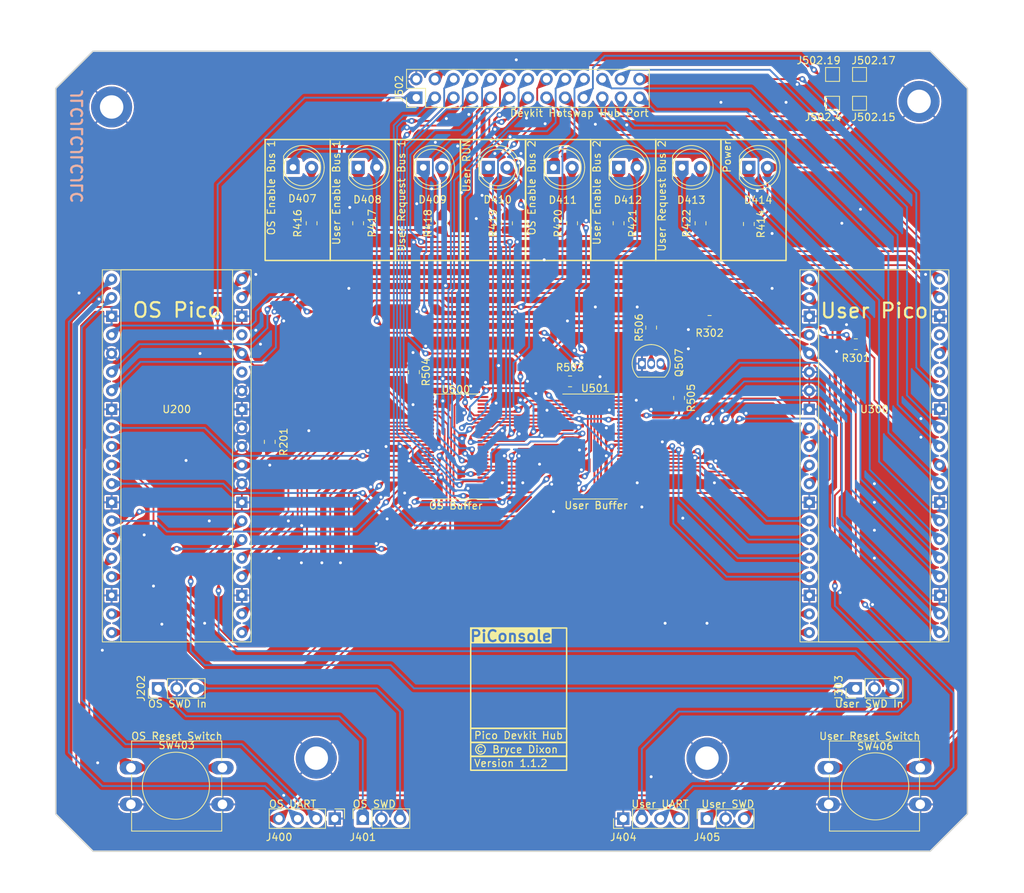
<source format=kicad_pcb>
(kicad_pcb (version 20221018) (generator pcbnew)
  (layers (0 "F.Cu" signal) (31 "B.Cu" signal) (34 "B.Paste" user) (35 "F.Paste" user) (36 "B.SilkS" user "B.Silkscreen") (37 "F.SilkS" user "F.Silkscreen") (38 "B.Mask" user) (39 "F.Mask" user) (44 "Edge.Cuts" user))
  (net 0 "")
  (net 1 "Net-(D409-A)")
  (net 2 "Net-(D410-K)")
  (net 3 "Net-(D413-A)")
  (net 4 "Net-(D414-K)")
  (net 5 "+3V3")
  (net 6 "GND")
  (net 7 "VBUS")
  (net 8 "Net-(J502-Pin_4)")
  (net 11 "VSS")
  (net 22 "~{User Request Bus 1}")
  (net 23 "~{User RUN}")
  (net 24 "~{User Request Bus 2}")
  (net 25 "OS SWDIO")
  (net 26 "OS SWDCLK")
  (net 27 "User SWDIO")
  (net 28 "User SWDCLK")
  (net 29 "OS UART RX")
  (net 30 "OS UART TX")
  (net 31 "User UART RX")
  (net 32 "User UART TX")
  (net 33 "LCD DC")
  (net 34 "LCD CS")
  (net 35 "Motor")
  (net 36 "LCD CLK")
  (net 37 "SD MISO")
  (net 38 "LCD DIN")
  (net 39 "SD CS")
  (net 40 "LCD Reset")
  (net 41 "SD CLK")
  (net 42 "LCD Backlight")
  (net 43 "SD MOSI")
  (net 44 "Input Cathode 1")
  (net 45 "I2S_DIN")
  (net 46 "Input Cathode 2")
  (net 47 "I2S_CLK")
  (net 48 "Input Cathode 3")
  (net 49 "I2S_LRC")
  (net 50 "Input Anode 1")
  (net 51 "Input Anode 2")
  (net 52 "Input Anode 3")
  (net 53 "~{OS Reset}")
  (net 54 "~{User Reset}")
  (net 55 "OS Motor")
  (net 56 "OS I2S_DIN")
  (net 57 "OS LCD DC")
  (net 58 "OS LCD CS")
  (net 59 "OS LCD CLK")
  (net 60 "OS LCD DIN")
  (net 61 "OS LCD Reset")
  (net 62 "OS LCD Backlight")
  (net 63 "OS I2S_CLK")
  (net 64 "OS I2S_LRC")
  (net 65 "OS SD MISO")
  (net 66 "OS SD CS")
  (net 67 "OS SD CLK")
  (net 68 "OS SD MOSI")
  (net 69 "User Motor")
  (net 70 "User LCD DC")
  (net 71 "User LCD CS")
  (net 72 "User LCD CLK")
  (net 73 "User LCD DIN")
  (net 74 "User LCD Reset")
  (net 75 "User LCD Backlight")
  (net 76 "User SD MISO")
  (net 77 "User SD CS")
  (net 78 "User SD CLK")
  (net 79 "User SD MOSI")
  (net 80 "User I2S_LRC")
  (net 81 "User I2S_CLK")
  (net 82 "User I2S_DIN")
  (net 85 "Net-(J502-Pin_15)")
  (net 86 "Net-(J502-Pin_17)")
  (net 87 "Net-(J502-Pin_19)")
  (net 88 "User RUN")
  (net 89 "Net-(Q507-B)")
  (net 90 "User Enable Bus 1")
  (net 91 "Net-(D407-A)")
  (net 92 "User Enable Bus 2")
  (net 93 "Net-(D411-A)")
  (net 94 "Net-(D412-K)")
  (net 95 "Net-(D408-K)")
  (footprint "MountingHole:MountingHole_3.2mm_M3_DIN965_Pad" (layer "F.Cu") (at 101.6 109.22)
    (fp_text reference "REF**")
    (fp_text value "MountingHole_3.2mm_M3_DIN965_Pad")
  )
  (footprint "Resistor_SMD:R_0805_2012Metric" (layer "F.Cu") (at 89.535 36.195 -90)
    (fp_text reference "R421")
    (fp_text value "470")
  )
  (footprint "Connector_PinSocket_2.54mm:PinSocket_1x03_P2.54mm_Vertical" (layer "F.Cu") (at 101.6 117.475 90)
    (fp_text reference "J405")
    (fp_text value "User SWD")
  )
  (footprint "LED_THT:LED_D5.0mm" (layer "F.Cu") (at 80.645 28.575)
    (fp_text reference "D411")
    (fp_text value "OS Enable Bus 2")
  )
  (footprint "MountingHole:MountingHole_3.2mm_M3_DIN965_Pad" (layer "F.Cu") (at 130.556 19.558)
    (fp_text reference "REF**")
    (fp_text value "MountingHole_3.2mm_M3_DIN965_Pad")
  )
  (footprint "Package_SO:TSSOP-56_6.1x14mm_P0.5mm" (layer "F.Cu") (at 86.36 66.675)
    (fp_text reference "U501")
    (fp_text value "User Buffer")
  )
  (footprint "TestPoint:TestPoint_Pad_1.5x1.5mm" (layer "F.Cu") (at 118.745 19.812)
    (fp_text reference "J502.4")
    (fp_text value "TestPoint" hide)
  )
  (footprint "Resistor_SMD:R_0805_2012Metric" (layer "F.Cu") (at 53.975 36.195 -90)
    (fp_text reference "R417")
    (fp_text value "470")
  )
  (footprint "LED_THT:LED_D5.0mm" (layer "F.Cu") (at 53.975 28.575)
    (fp_text reference "D408")
    (fp_text value "User Enable Bus 1")
  )
  (footprint "MountingHole:MountingHole_3.2mm_M3_DIN965_Pad" (layer "F.Cu") (at 48.26 109.22)
    (fp_text reference "REF**")
    (fp_text value "MountingHole_3.2mm_M3_DIN965_Pad")
  )
  (footprint "MountingHole:MountingHole_3.2mm_M3_DIN965_Pad" (layer "F.Cu") (at 20.32 20.32)
    (fp_text reference "REF**")
    (fp_text value "MountingHole_3.2mm_M3_DIN965_Pad")
  )
  (footprint "Resistor_SMD:R_0805_2012Metric" (layer "F.Cu") (at 97.79 60.0475 -90)
    (fp_text reference "R505")
    (fp_text value "10k")
  )
  (footprint "LED_THT:LED_D5.0mm" (layer "F.Cu") (at 89.535 28.575)
    (fp_text reference "D412")
    (fp_text value "User Enable Bus 2")
  )
  (footprint "Connector_PinHeader_2.54mm:PinHeader_1x04_P2.54mm_Vertical" (layer "F.Cu") (at 90.17 117.475 90)
    (fp_text reference "J404")
    (fp_text value "User UART")
  )
  (footprint "Button_Switch_THT:SW_PUSH-12mm" (layer "F.Cu") (at 35.45 115.53 180)
    (fp_text reference "SW403")
    (fp_text value "OS Reset Switch")
  )
  (footprint "LED_THT:LED_D5.0mm" (layer "F.Cu") (at 98.185 28.575)
    (fp_text reference "D413")
    (fp_text value "User Request Bus 2")
  )
  (footprint "Resistor_SMD:R_0805_2012Metric" (layer "F.Cu") (at 74.295 36.195 -90)
    (fp_text reference "R419")
    (fp_text value "470")
  )
  (footprint "LED_THT:LED_D5.0mm" (layer "F.Cu") (at 71.755 28.575)
    (fp_text reference "D410")
    (fp_text value "User RUN")
  )
  (footprint "Resistor_SMD:R_0805_2012Metric" (layer "F.Cu") (at 82.9075 57.785)
    (fp_text reference "R503")
    (fp_text value "10k")
  )
  (footprint "Connector_PinHeader_2.54mm:PinHeader_1x03_P2.54mm_Vertical" (layer "F.Cu") (at 121.92 99.695 90)
    (fp_text reference "J303")
    (fp_text value "User SWD In")
  )
  (footprint "Resistor_SMD:R_0805_2012Metric" (layer "F.Cu") (at 65.405 36.195 -90)
    (fp_text reference "R418")
    (fp_text value "470")
  )
  (footprint "Resistor_SMD:R_0805_2012Metric" (layer "F.Cu") (at 93.98 50.4425 90)
    (fp_text reference "R506")
    (fp_text value "10k")
  )
  (footprint "Resistor_SMD:R_0805_2012Metric" (layer "F.Cu") (at 47.625 36.195 -90)
    (fp_text reference "R416")
    (fp_text value "470")
  )
  (footprint "Resistor_SMD:R_0805_2012Metric" (layer "F.Cu") (at 41.91 66.04 -90)
    (fp_text reference "R201")
    (fp_text value "10k")
  )
  (footprint "PICOnsole:Raspberry_Pi_Pico" (layer "F.Cu") (at 29.21 66.675)
    (fp_text reference "U200")
    (fp_text value "OS Pico")
  )
  (footprint "LED_THT:LED_D5.0mm" (layer "F.Cu") (at 107.315 28.575)
    (fp_text reference "D414")
    (fp_text value "Power")
  )
  (footprint "Package_TO_SOT_THT:TO-92_Inline" (layer "F.Cu") (at 92.716287 55.358749)
    (fp_text reference "Q507")
    (fp_text value "2N3904")
  )
  (footprint "PICOnsole:QRCode_Soldermask" (layer "F.Cu") (at 69.99175 94.12175)
    (fp_text reference "G***" hide)
    (fp_text value "LOGO" hide)
  )
  (footprint "Connector_PinHeader_2.54mm:PinHeader_1x04_P2.54mm_Vertical" (layer "F.Cu") (at 50.79 117.475 -90)
    (fp_text reference "J400")
    (fp_text value "OS UART")
  )
  (footprint "Resistor_SMD:R_0805_2012Metric" (layer "F.Cu") (at 107.315 36.2985 -90)
    (fp_text reference "R414")
    (fp_text value "470")
  )
  (footprint "Connector_PinHeader_2.54mm:PinHeader_2x13_P2.54mm_Vertical" (layer "F.Cu") (at 61.9125 19.05 90)
    (fp_text reference "J502")
    (fp_text value "Devkit Hotswap Hub Port")
  )
  (footprint "TestPoint:TestPoint_Pad_1.5x1.5mm" (layer "F.Cu") (at 122.428 19.812)
    (fp_text reference "J502.15")
    (fp_text value "TestPoint" hide)
  )
  (footprint "Resistor_SMD:R_0805_2012Metric" (layer "F.Cu") (at 100.725 36.195 -90)
    (fp_text reference "R422")
    (fp_text value "470")
  )
  (footprint "LED_THT:LED_D5.0mm" (layer "F.Cu") (at 62.865 28.575)
    (fp_text reference "D409")
    (fp_text value "User Request Bus 1")
  )
  (footprint "TestPoint:TestPoint_Pad_1.5x1.5mm" (layer "F.Cu") (at 118.745 15.875)
    (fp_text reference "J502.19")
    (fp_text value "TestPoint" hide)
  )
  (footprint "LED_THT:LED_D5.0mm" (layer "F.Cu") (at 45.085 28.575)
    (fp_text reference "D407")
    (fp_text value "OS Enable Bus 1")
  )
  (footprint "Resistor_SMD:R_0805_2012Metric" (layer "F.Cu") (at 83.185 36.195 -90)
    (fp_text reference "R420")
    (fp_text value "470")
  )
  (footprint "Resistor_SMD:R_0805_2012Metric" (layer "F.Cu") (at 61.595 56.515 -90)
    (fp_text reference "R504")
    (fp_text value "10k")
  )
  (footprint "TestPoint:TestPoint_Pad_1.5x1.5mm" (layer "F.Cu") (at 122.428 15.875)
    (fp_text reference "J502.17")
    (fp_text value "TestPoint" hide)
  )
  (footprint "Button_Switch_THT:SW_PUSH-12mm" (layer "F.Cu") (at 118.22 110.53)
    (fp_text reference "SW406")
    (fp_text value "User Reset Switch")
  )
  (footprint "PICOnsole:Raspberry_Pi_Pico" (layer "F.Cu") (at 124.46 66.675)
    (fp_text reference "U300")
    (fp_text value "User Pico")
  )
  (footprint "Connector_PinHeader_2.54mm:PinHeader_1x03_P2.54mm_Vertical" (layer "F.Cu") (at 26.67 99.695 90)
    (fp_text reference "J202")
    (fp_text value "OS SWD In")
  )
  (footprint "Resistor_SMD:R_0805_2012Metric" (layer "F.Cu") (at 121.92 52.705)
    (fp_text reference "R301")
    (fp_text value "10k")
  )
  (footprint "Connector_PinSocket_2.54mm:PinSocket_1x03_P2.54mm_Vertical" (layer "F.Cu") (at 54.61 117.475 90)
    (fp_text reference "J401")
    (fp_text value "OS SWD")
  )
  (footprint "Package_SO:TSSOP-56_6.1x14mm_P0.5mm" (layer "F.Cu") (at 67.31 66.675 180)
    (fp_text reference "U500")
    (fp_text value "OS Buffer")
  )
  (footprint "Resistor_SMD:R_0805_2012Metric" (layer "F.Cu") (at 101.9575 49.53 180)
    (fp_text reference "R302")
    (fp_text value "10k")
  )
  (gr_rect (start 69.342 105.156) (end 82.43775 107.07575) (stroke (width 0.2)) (fill none) (layer "F.SilkS"))
  (gr_rect (start 69.342 108.95125) (end 82.43775 110.871) (stroke (width 0.2)) (fill none) (layer "F.SilkS"))
  (gr_rect (start 69.342 107.07575) (end 82.43775 108.9955) (stroke (width 0.2)) (fill none) (layer "F.SilkS"))
  (gr_rect (start 94.615 24.765) (end 103.505 41.275) (stroke (width 0.2)) (fill none) (layer "F.SilkS"))
  (gr_rect (start 69.342 91.45475) (end 82.43775 105.156) (stroke (width 0.2)) (fill none) (layer "F.SilkS"))
  (gr_rect (start 85.725 24.765) (end 94.615 41.275) (stroke (width 0.2)) (fill none) (layer "F.SilkS"))
  (gr_rect (start 103.505 24.765) (end 112.395 41.275) (stroke (width 0.2)) (fill none) (layer "F.SilkS"))
  (gr_rect (start 50.165 24.765) (end 59.055 41.275) (stroke (width 0.2)) (fill none) (layer "F.SilkS"))
  (gr_rect (start 76.835 24.765) (end 85.725 41.275) (stroke (width 0.2)) (fill none) (layer "F.SilkS"))
  (gr_rect (start 41.275 24.765) (end 50.165 41.275) (stroke (width 0.2)) (fill none) (layer "F.SilkS"))
  (gr_rect (start 67.945 24.765) (end 76.835 41.275) (stroke (width 0.2)) (fill none) (layer "F.SilkS"))
  (gr_rect (start 59.055 24.765) (end 67.945 41.275) (stroke (width 0.2)) (fill none) (layer "F.SilkS"))
  (gr_poly (pts (xy 12.7 17.78) (xy 17.78 12.7) (xy 132.08 12.7) (xy 137.16 17.78) (xy 137.16 116.84) (xy 132.08 121.92) (xy 17.78 121.92) (xy 12.7 116.84)) (stroke (width 0.2)) (fill none) (layer "Edge.Cuts"))
  (gr_text "JLCJLCJLCJLC" (at 14.732 17.78 90) (layer "B.SilkS") (effects (font (size 1.5 1.5) (thickness 0.3) bold) (justify left top mirror)))
  (gr_text "Version 1.1.2" (at 69.723 109.33225) (layer "F.SilkS") (effects (font (size 1 1)) (justify left top)))
  (gr_text "© Bryce Dixon" (at 69.723 107.45675) (layer "F.SilkS") (effects (font (size 1 1)) (justify left top)))
  (gr_text "PiConsole" (at 69.09675 91.68775) (layer "F.SilkS" knockout) (effects (font (size 1.5 1.5) (thickness 0.3) bold) (justify left top)))
  (gr_text "Pico Devkit Hub" (at 69.723 105.537) (layer "F.SilkS") (effects (font (size 1 1)) (justify left top)))
  (segment (start 65.405 28.575) (end 65.405 35.2825) (width 0.25) (layer "F.Cu") (net 1))
  (segment (start 71.755 28.575) (end 71.755 31.75) (width 0.25) (layer "F.Cu") (net 2))
  (segment (start 74.295 34.29) (end 74.295 35.2825) (width 0.25) (layer "F.Cu") (net 2))
  (segment (start 71.755 31.75) (end 74.295 34.29) (width 0.25) (layer "F.Cu") (net 2))
  (segment (start 100.725 28.575) (end 100.725 35.2825) (width 0.25) (layer "F.Cu") (net 3))
  (segment (start 107.315 28.575) (end 107.315 35.386) (width 0.25) (layer "F.Cu") (net 4))
  (segment (start 68.8975 56.515) (end 69.69125 57.30875) (width 0.25) (layer "F.Cu") (net 5))
  (segment (start 65.0875 69.738186) (end 64.400686 70.425) (width 0.25) (layer "F.Cu") (net 5))
  (segment (start 88.8 72.925) (end 90.0725 72.925) (width 0.25) (layer "F.Cu") (net 5))
  (segment (start 71.0225 62.925) (end 69.275 62.925) (width 0.25) (layer "F.Cu") (net 5))
  (segment (start 54.65 55.6025) (end 39.7275 55.6025) (width 0.25) (layer "F.Cu") (net 5))
  (segment (start 65.775 67.2575) (end 65.775 64.299314) (width 0.25) (layer "F.Cu") (net 5))
  (segment (start 66.2425 37.945) (end 65.405 37.1075) (width 0.25) (layer "F.Cu") (net 5))
  (segment (start 108.239 36.2235) (end 109.855 34.6075) (width 0.25) (layer "F.Cu") (net 5))
  (segment (start 83.769668 70.743982) (end 84.901991 70.743982) (width 0.25) (layer "F.Cu") (net 5))
  (segment (start 39.52875 55.40375) (end 40.3225 56.1975) (width 0.25) (layer "F.Cu") (net 5))
  (segment (start 101.609 36.2235) (end 108.239 36.2235) (width 0.25) (layer "F.Cu") (net 5))
  (segment (start 135.89 51.435) (end 133.35 53.975) (width 0.25) (layer "F.Cu") (net 5))
  (segment (start 109.855 34.6075) (end 109.855 28.575) (width 0.25) (layer "F.Cu") (net 5))
  (segment (start 61.9125 19.05) (end 58.42 19.05) (width 0.25) (layer "F.Cu") (net 5))
  (segment (start 34.798 50.673) (end 38.1 53.975) (width 0.25) (layer "F.Cu") (net 5))
  (segment (start 60.0075 60.96) (end 54.65 55.6025) (width 0.25) (layer "F.Cu") (net 5))
  (segment (start 51.1575 37.1075) (end 52.07 36.195) (width 0.25) (layer "F.Cu") (net 5))
  (segment (start 88.5825 66.675) (end 88.5825 69.97875) (width 0.25) (layer "F.Cu") (net 5))
  (segment (start 82.6475 62.925) (end 84.106752 62.925) (width 0.25) (layer "F.Cu") (net 5))
  (segment (start 65.775 64.299314) (end 64.400686 62.925) (width 0.25) (layer "F.Cu") (net 5))
  (segment (start 41.91 57.785) (end 40.3225 56.1975) (width 0.25) (layer "F.Cu") (net 5))
  (segment (start 80.01 59.69) (end 79.031 58.711) (width 0.25) (layer "F.Cu") (net 5))
  (segment (start 96.6455 63.3745) (end 97.79 62.23) (width 0.25) (layer "F.Cu") (net 5))
  (segment (start 39.7275 55.6025) (end 39.52875 55.40375) (width 0.25) (layer "F.Cu") (net 5))
  (segment (start 47.625 37.1075) (end 51.1575 37.1075) (width 0.25) (layer "F.Cu") (net 5))
  (segment (start 38.1 53.975) (end 39.52875 55.40375) (width 0.25) (layer "F.Cu") (net 5))
  (segment (start 69.342 70.425) (end 71.0225 70.425) (width 0.25) (layer "F.Cu") (net 5))
  (segment (start 55.6025 36.195) (end 56.515 37.1075) (width 0.25) (layer "F.Cu") (net 5))
  (segment (start 83.185 37.1075) (end 82.7525 37.1075) (width 0.25) (layer "F.Cu") (net 5))
  (segment (start 120.9675 28.575) (end 135.89 43.4975) (width 0.25) (layer "F.Cu") (net 5))
  (segment (start 56.515 37.1075) (end 65.405 37.1075) (width 0.25) (layer "F.Cu") (net 5))
  (segment (start 41.91 65.1275) (end 41.91 57.785) (width 0.25) (layer "F.Cu") (net 5))
  (segment (start 83.6175 37.1075) (end 84.455 37.945) (width 0.25) (layer "F.Cu") (net 5))
  (segment (start 88.175 71.21) (end 88.175 72.3) (width 0.25) (layer "F.Cu") (net 5))
  (segment (start 55.5625 56.515) (end 68.8975 56.515) (width 0.25) (layer "F.Cu") (net 5))
  (segment (start 89.02875 70.425) (end 90.0725 70.425) (width 0.25) (layer "F.Cu") (net 5))
  (segment (start 51.7525 35.8775) (end 52.07 36.195) (width 0.25) (layer "F.Cu") (net 5))
  (segment (start 97.79 62.23) (end 97.79 60.96) (width 0.25) (layer "F.Cu") (net 5))
  (segment (start 81.915 37.945) (end 66.2425 37.945) (width 0.25) (layer "F.Cu") (net 5))
  (segment (start 82.7525 37.1075) (end 81.915 37.945) (width 0.25) (layer "F.Cu") (net 5))
  (segment (start 90.0725 70.425) (end 88.96 70.425) (width 0.25) (layer "F.Cu") (net 5))
  (segment (start 82.6475 70.425) (end 83.450686 70.425) (width 0.25) (layer "F.Cu") (net 5))
  (segment (start 88.96 70.425) (end 88.175 71.21) (width 0.25) (layer "F.Cu") (net 5))
  (segment (start 34.798 49.022) (end 34.798 50.673) (width 0.25) (layer "F.Cu") (net 5))
  (segment (start 135.89 43.4975) (end 135.89 51.435) (width 0.25) (layer "F.Cu") (net 5))
  (segment (start 90.0725 62.925) (end 88.2421 62.925) (width 0.25) (layer "F.Cu") (net 5))
  (segment (start 69.69125 57.30875) (end 71.4375 59.055) (width 0.25) (layer "F.Cu") (net 5))
  (segment (start 65.0875 67.945) (end 65.775 67.2575) (width 0.25) (layer "F.Cu") (net 5))
  (segment (start 109.855 28.575) (end 120.9675 28.575) (width 0.25) (layer "F.Cu") (net 5))
  (segment (start 61.9725 62.925) (end 60.0075 60.96) (width 0.25) (layer "F.Cu") (net 5))
  (segment (start 52.07 36.195) (end 55.6025 36.195) (width 0.25) (layer "F.Cu") (net 5))
  (segment (start 91.44 62.925) (end 91.8895 63.3745) (width 0.25) (layer "F.Cu") (net 5))
  (segment (start 64.400686 62.925) (end 63.5975 62.925) (width 0.25) (layer "F.Cu") (net 5))
  (segment (start 88.5825 69.97875) (end 89.02875 70.425) (width 0.25) (layer "F.Cu") (net 5))
  (segment (start 69.275 62.925) (end 69.215 62.865) (width 0.25) (layer "F.Cu") (net 5))
  (segment (start 99.8875 37.945) (end 84.455 37.945) (width 0.25) (layer "F.Cu") (net 5))
  (segment (start 51.7525 25.7175) (end 51.7525 35.8775) (width 0.25) (layer "F.Cu") (net 5))
  (segment (start 90.0725 62.925) (end 91.44 62.925) (width 0.25) (layer "F.Cu") (net 5))
  (segment (start 88.2421 62.925) (end 88.15655 63.01055) (width 0.25) (layer "F.Cu") (net 5))
  (segment (start 83.185 37.1075) (end 83.6175 37.1075) (width 0.25) (layer "F.Cu") (net 5))
  (segment (start 91.8895 63.3745) (end 96.6455 63.3745) (width 0.25) (layer "F.Cu") (net 5))
  (segment (start 90.0725 66.425) (end 88.8325 66.425) (width 0.25) (layer "F.Cu") (net 5))
  (segment (start 71.7815 58.711) (end 71.4375 59.055) (width 0.25) (layer "F.Cu") (net 5))
  (segment (start 63.5975 62.925) (end 61.9725 62.925) (width 0.25) (layer "F.Cu") (net 5))
  (segment (start 83.450686 70.425) (end 83.769668 70.743982) (width 0.25) (layer "F.Cu") (net 5))
  (segment (start 79.031 58.711) (end 71.7815 58.711) (width 0.25) (layer "F.Cu") (net 5))
  (segment (start 54.65 55.6025) (end 55.5625 56.515) (width 0.25) (layer "F.Cu") (net 5))
  (segment (start 64.400686 70.425) (end 63.5975 70.425) (width 0.25) (layer "F.Cu") (net 5))
  (segment (start 88.175 72.3) (end 88.8 72.925) (width 0.25) (layer "F.Cu") (net 5))
  (segment (start 100.725 37.1075) (end 101.609 36.2235) (width 0.25) (layer "F.Cu") (net 5))
  (segment (start 84.106752 62.925) (end 84.1375 62.894252) (width 0.25) (layer "F.Cu") (net 5))
  (segment (start 65.0875 67.945) (end 65.0875 69.738186) (width 0.25) (layer "F.Cu") (net 5))
  (segment (start 88.8325 66.425) (end 88.5825 66.675) (width 0.25) (layer "F.Cu") (net 5))
  (segment (start 100.725 37.1075) (end 99.8875 37.945) (width 0.25) (layer "F.Cu") (net 5))
  (segment (start 58.42 19.05) (end 51.7525 25.7175) (width 0.25) (layer "F.Cu") (net 5))
  (via (at 84.901991 70.743982) (size 0.8) (drill 0.4) (layers "F.Cu" "B.Cu") (net 5))
  (via (at 88.15655 63.01055) (size 0.8) (drill 0.4) (layers "F.Cu" "B.Cu") (net 5))
  (via (at 65.0875 67.945) (size 0.8) (drill 0.4) (layers "F.Cu" "B.Cu") (net 5))
  (via (at 34.798 49.022) (size 0.8) (drill 0.4) (layers "F.Cu" "B.Cu") (net 5))
  (via (at 88.5825 66.675) (size 0.8) (drill 0.4) (layers "F.Cu" "B.Cu") (net 5))
  (via (at 71.4375 59.055) (size 0.8) (drill 0.4) (layers "F.Cu" "B.Cu") (net 5))
  (via (at 69.215 62.865) (size 0.8) (drill 0.4) (layers "F.Cu" "B.Cu") (net 5))
  (via (at 84.1375 62.894252) (size 0.8) (drill 0.4) (layers "F.Cu" "B.Cu") (net 5))
  (via (at 69.342 70.425) (size 0.8) (drill 0.4) (layers "F.Cu" "B.Cu") (net 5))
  (via (at 80.01 59.69) (size 0.8) (drill 0.4) (layers "F.Cu" "B.Cu") (net 5))
  (segment (start 69.215 62.865) (end 69.215 61.2775) (width 0.25) (layer "B.Cu") (net 5))
  (segment (start 69.215 61.2775) (end 71.4375 59.055) (width 0.25) (layer "B.Cu") (net 5))
  (segment (start 34.798 49.022) (end 34.798 30.9245) (width 0.25) (layer "B.Cu") (net 5))
  (segment (start 34.798 30.9245) (end 45.24375 20.47875) (width 0.25) (layer "B.Cu") (net 5))
  (segment (start 87.957145 63.01055) (end 87.840847 62.894252) (width 0.25) (layer "B.Cu") (net 5))
  (segment (start 83.214252 62.894252) (end 84.1375 62.894252) (width 0.25) (layer "B.Cu") (net 5))
  (segment (start 88.15655 63.01055) (end 87.957145 63.01055) (width 0.25) (layer "B.Cu") (net 5))
  (segment (start 85.4975 64.225) (end 85.4075 64.135) (width 0.25) (layer "B.Cu") (net 5))
  (segment (start 67.5675 70.425) (end 65.0875 67.945) (width 0.25) (layer "B.Cu") (net 5))
  (segment (start 84.166752 62.894252) (end 84.1375 62.894252) (width 0.25) (layer "B.Cu") (net 5))
  (segment (start 61.9125 19.05) (end 46.6725 19.05) (width 0.25) (layer "B.Cu") (net 5))
  (segment (start 80.01 59.69) (end 83.214252 62.894252) (width 0.25) (layer "B.Cu") (net 5))
  (segment (start 84.901991 70.743982) (end 85.4975 70.148473) (width 0.25) (layer "B.Cu") (net 5))
  (segment (start 88.5825 66.675) (end 87.9475 66.675) (width 0.25) (layer "B.Cu") (net 5))
  (segment (start 85.4075 64.135) (end 84.166752 62.894252) (width 0.25) (layer "B.Cu") (net 5))
  (segment (start 46.6725 19.05) (end 45.24375 20.47875) (width 0.25) (layer "B.Cu") (net 5))
  (segment (start 85.4975 70.148473) (end 85.4975 64.225) (width 0.25) (layer "B.Cu") (net 5))
  (segment (start 69.342 70.425) (end 67.5675 70.425) (width 0.25) (layer "B.Cu") (net 5))
  (segment (start 87.840847 62.894252) (end 84.1375 62.894252) (width 0.25) (layer "B.Cu") (net 5))
  (segment (start 87.9475 66.675) (end 85.4075 64.135) (width 0.25) (layer "B.Cu") (net 5))
  (segment (start 75.701503 38.760802) (end 75.002305 39.46) (width 0.25) (layer "F.Cu") (net 6))
  (segment (start 75.475 68.67) (end 74.385 68.67) (width 0.25) (layer "F.Cu") (net 6))
  (segment (start 87.725 73.12) (end 89.535 74.93) (width 0.25) (layer "F.Cu") (net 6))
  (segment (start 63.5975 66.925) (end 64.901 66.925) (width 0.25) (layer "F.Cu") (net 6))
  (segment (start 73.450497 68.425) (end 71.0225 68.425) (width 0.25) (layer "F.Cu") (net 6))
  (segment (start 68.587812 67.634919) (end 68.16975 67.216857) (width 0.25) (layer "F.Cu") (net 6))
  (segment (start 91.405 72.425) (end 90.0725 72.425) (width 0.25) (layer "F.Cu") (net 6))
  (segment (start 73.930497 67.945) (end 73.930497 68.215497) (width 0.25) (layer "F.Cu") (net 6))
  (segment (start 78.74 69.088) (end 79.403 68.425) (width 0.25) (layer "F.Cu") (net 6))
  (segment (start 79.756 61.722) (end 80.475 61.722) (width 0.25) (layer "F.Cu") (net 6))
  (segment (start 79.0575 65.1495) (end 80.6465 65.1495) (width 0.25) (layer "F.Cu") (net 6))
  (segment (start 72.179 61.425) (end 71.0225 61.425) (width 0.25) (layer "F.Cu") (net 6))
  (segment (start 62.640344 66.925) (end 60.930078 68.635266) (width 0.25) (layer "F.Cu") (net 6))
  (segment (start 90.900686 68.45) (end 90.975686 68.375) (width 0.25) (layer "F.Cu") (net 6))
  (segment (start 82.6475 71.925) (end 83.82399 71.925) (width 0.25) (layer "F.Cu") (net 6))
  (segment (start 84.455 69.429314) (end 84.455 69.85) (width 0.25) (layer "F.Cu") (net 6))
  (segment (start 63.5975 66.925) (end 62.640344 66.925) (width 0.25) (layer "F.Cu") (net 6))
  (segment (start 60.930078 68.609922) (end 60.930078 68.635266) (width 0.25) (layer "F.Cu") (net 6))
  (segment (start 90.0725 64.925) (end 88.648 64.925) (width 0.25) (layer "F.Cu") (net 6))
  (segment (start 89.013 65.925) (end 87.858 64.77) (width 0.25) (layer "F.Cu") (net 6))
  (segment (start 99.780899 68.375) (end 99.955399 68.2005) (width 0.25) (layer "F.Cu") (net 6))
  (segment (start 61.219812 68.925) (end 60.930078 68.635266) (width 0.25) (layer "F.Cu") (net 6))
  (segment (start 75.942051 68.202949) (end 75.475 68.67) (width 0.25) (layer "F.Cu") (net 6))
  (segment (start 82.6475 68.425) (end 83.450686 68.425) (width 0.25) (layer "F.Cu") (net 6))
  (segment (start 63.5975 61.425) (end 61.933 61.425) (width 0.25) (layer "F.Cu") (net 6))
  (segment (start 73.251 64.925) (end 73.66 64.516) (width 0.25) (layer "F.Cu") (net 6))
  (segment (start 90.0725 65.925) (end 89.013 65.925) (width 0.25) (layer "F.Cu") (net 6))
  (segment (start 87.858 67.945) (end 87.725 68.078) (width 0.25) (layer "F.Cu") (net 6))
  (segment (start 61.933 61.425) (end 61.468 60.96) (width 0.25) (layer "F.Cu") (net 6))
  (segment (start 83.667751 61.425) (end 84.1375 61.894749) (width 0.25) (layer "F.Cu") (net 6))
  (segment (start 90.0725 65.925) (end 95.389 65.925) (width 0.25) (layer "F.Cu") (net 6))
  (segment (start 63.5975 68.925) (end 61.219812 68.925) (width 0.25) (layer "F.Cu") (net 6))
  (segment (start 87.858 67.945) (end 87.858 64.77) (width 0.25) (layer "F.Cu") (net 6))
  (segment (start 80.4975 71.925) (end 82.6475 71.925) (width 0.25) (layer "F.Cu") (net 6))
  (segment (start 88.648 64.925) (end 87.858 64.135) (width 0.25) (layer "F.Cu") (net 6))
  (segment (start 73.363 71.925) (end 73.66 71.628) (width 0.25) (layer "F.Cu") (net 6))
  (segment (start 95.389 65.925) (end 95.504 66.04) (width 0.25) (layer "F.Cu") (net 6))
  (segment (start 72.644 22.043098) (end 72.644 23.368) (width 0.25) (layer "F.Cu") (net 6))
  (segment (start 71.0225 71.925) (end 73.363 71.925) (width 0.25) (layer "F.Cu") (net 6))
  (segment (start 83.450686 68.425) (end 84.455 69.429314) (width 0.25) (layer "F.Cu") (net 6))
  (segment (start 88.264999 61.678935) (end 88.518934 61.425) (width 0.25) (layer "F.Cu") (net 6))
  (segment (start 73.450497 68.425) (end 73.695497 68.67) (width 0.25) (layer "F.Cu") (net 6))
  (segment (start 68.973422 72.39) (end 69.438422 71.925) (width 0.25) (layer "F.Cu") (net 6))
  (segment (start 80.399255 71.826755) (end 80.4975 71.925) (width 0.25) (layer "F.Cu") (net 6))
  (segment (start 65.278 70.866) (end 65.278 71.047686) (width 0.25) (layer "F.Cu") (net 6))
  (segment (start 90.0725 68.425) (end 90.0975 68.45) (width 0.25) (layer "F.Cu") (net 6))
  (segment (start 68.16975 67.216857) (end 68.16975 65.5845) (width 0.25) (layer "F.Cu") (net 6))
  (segment (start 88.518934 61.425) (end 90.0725 61.425) (width 0.25) (layer "F.Cu") (net 6))
  (segment (start 75.002305 39.46) (end 62.237238 39.46) (width 0.25) (layer "F.Cu") (net 6))
  (segment (start 73.280524 21.406574) (end 72.644 22.043098) (width 0.25) (layer "F.Cu") (net 6))
  (segment (start 87.725 68.078) (end 87.725 73.12) (width 0.25) (layer "F.Cu") (net 6))
  (segment (start 80.871 64.925) (end 82.6475 64.925) (width 0.25) (layer "F.Cu") (net 6))
  (segment (start 84.063722 64.311964) (end 84.063722 64.055271) (width 0.25) (layer "F.Cu") (net 6))
  (segment (start 75.701503 38.735) (end 75.701503 38.760802) (width 0.25) (layer "F.Cu") (net 6))
  (segment (start 65.278 70.866) (end 65.454676 71.042676) (width 0.25) (layer "F.Cu") (net 6))
  (segment (start 61.595 55.6025) (end 61.595 55.245) (width 0.25) (layer "F.Cu") (net 6))
  (segment (start 73.279537 60.324463) (end 72.179 61.425) (width 0.25) (layer "F.Cu") (net 6))
  (segment (start 91.372 70.925) (end 90.0725 70.925) (width 0.25) (layer "F.Cu") (net 6))
  (segment (start 75.942051 67.957548) (end 75.942051 68.202949) (width 0.25) (layer "F.Cu") (net 6))
  (segment (start 90.0725 61.425) (end 90.875686 61.425) (width 0.25) (layer "F.Cu") (net 6))
  (segment (start 92.075 71.628) (end 92.202 71.755) (width 0.25) (layer "F.Cu") (net 6))
  (segment (start 87.858 64.77) (end 87.858 64.135) (width 0.25) (layer "F.Cu") (net 6))
  (segment (start 82.6475 64.925) (end 83.450686 64.925) (width 0.25) (layer "F.Cu") (net 6))
  (segment (start 64.400686 71.925) (end 63.5975 71.925) (width 0.25) (layer "F.Cu") (net 6))
  (segment (start 71.0225 64.925) (end 73.251 64.925) (width 0.25) (layer "F.Cu") (net 6))
  (segment (start 61.555 55.6025) (end 61.595 55.6025) (width 0.25) (layer "F.Cu") (net 6))
  (segment (start 62.237238 39.46) (end 61.548662 38.771424) (width 0.25) (layer "F.Cu") (net 6))
  (segment (start 82.6475 61.425) (end 83.667751 61.425) (width 0.25) (layer "F.Cu") (net 6))
  (segment (start 90.975686 68.375) (end 99.780899 68.375) (width 0.25) (layer "F.Cu") (net 6))
  (segment (start 46.2655 72.478104) (end 46.2655 77.47) (width 0.25) (layer "F.Cu") (net 6))
  (segment (start 65.278 71.047686) (end 64.400686 71.925) (width 0.25) (layer "F.Cu") (net 6))
  (segment (start 73.930497 68.215497) (end 74.385 68.67) (width 0.25) (layer "F.Cu") (net 6))
  (segment (start 76.127364 60.324463) (end 73.279537 60.324463) (width 0.25) (layer "F.Cu") (net 6))
  (segment (start 62.003 60.425) (end 61.468 60.96) (width 0.25) (layer "F.Cu") (net 6))
  (segment (start 83.450686 64.925) (end 84.063722 64.311964) (width 0.25) (layer "F.Cu") (net 6))
  (segment (start 64.901 66.925) (end 65.024 66.802) (width 0.25) (layer "F.Cu") (net 6))
  (segment (start 90.0975 68.45) (end 90.900686 68.45) (width 0.25) (layer "F.Cu") (net 6))
  (segment (start 63.5975 64.925) (end 53.818604 64.925) (width 0.25) (layer "F.Cu") (net 6))
  (segment (start 89.535 74.93) (end 92.71 74.93) (width 0.25) (layer "F.Cu") (net 6))
  (segment (start 63.5975 60.925) (end 61.503 60.925) (width 0.25) (layer "F.Cu") (net 6))
  (segment (start 80.6465 65.1495) (end 80.871 64.925) (width 0.25) (layer "F.Cu") (net 6))
  (segment (start 92.075 71.755) (end 91.405 72.425) (width 0.25) (layer "F.Cu") (net 6))
  (segment (start 69.438422 71.925) (end 71.0225 71.925) (width 0.25) (layer "F.Cu") (net 6))
  (segment (start 90.875686 61.425) (end 91.948 60.352686) (width 0.25) (layer "F.Cu") (net 6))
  (segment (start 80.475 61.722) (end 80.772 61.425) (width 0.25) (layer "F.Cu") (net 6))
  (segment (start 79.403 68.425) (end 82.6475 68.425) (width 0.25) (layer "F.Cu") (net 6))
  (segment (start 61.503 60.925) (end 61.468 60.96) (width 0.25) (layer "F.Cu") (net 6))
  (segment (start 92.075 71.628) (end 92.075 71.755) (width 0.25) (layer "F.Cu") (net 6))
  (segment (start 80.772 61.425) (end 82.6475 61.425) (width 0.25) (layer "F.Cu") (net 6))
  (segment (start 83.82399 71.925) (end 84.065745 71.683245) (width 0.25) (layer "F.Cu") (net 6))
  (segment (start 92.075 71.628) (end 91.372 70.925) (width 0.25) (layer "F.Cu") (net 6))
  (segment (start 53.818604 64.925) (end 46.2655 72.478104) (width 0.25) (layer "F.Cu") (net 6))
  (segment (start 73.695497 68.67) (end 74.385 68.67) (width 0.25) (layer "F.Cu") (net 6))
  (segment (start 63.5975 60.425) (end 62.003 60.425) (width 0.25) (layer "F.Cu") (net 6))
  (via (at 99.06 53.34) (size 0.8) (drill 0.4) (layers "F.Cu" "B.Cu") (net 6))
  (via (at 120.015 36.195) (size 0.8) (drill 0.4) (layers "F.Cu" "B.Cu") (net 6))
  (via (at 75.565 13.8805) (size 0.8) (drill 0.4) (layers "F.Cu" "B.Cu") (net 6))
  (via (at 15.875 45.72) (size 0.8) (drill 0.4) (layers "F.Cu" "B.Cu") (net 6))
  (via (at 57.078245 73.588245) (size 0.8) (drill 0.4) (layers "F.Cu" "B.Cu") (net 6))
  (via (at 74.712239 24.382739) (size 0.8) (drill 0.4) (layers "F.Cu" "B.Cu") (net 6))
  (via (at 63.195048 52.962949) (size 0.8) (drill 0.4) (layers "F.Cu" "B.Cu") (net 6))
  (via (at 65.532 60.452) (size 0.8) (drill 0.4) (layers "F.Cu" "B.Cu") (net 6))
  (via (at 72.803 60.7535) (size 0.8) (drill 0.4) (layers "F.Cu" "B.Cu") (net 6))
  (via (at 73.66 64.516) (size 0.8) (drill 0.4) (layers "F.Cu" "B.Cu") (net 6))
  (via (at 92.075 71.628) (size 0.8) (drill 0.4) (layers "F.Cu" "B.Cu") (net 6))
  (via (at 72.644 23.368) (size 0.8) (drill 0.4) (layers "F.Cu" "B.Cu") (net 6))
  (via (at 78.74 69.088) (size 0.8) (drill 0.4) (layers "F.Cu" "B.Cu") (net 6))
  (via (at 122.555 34.29) (size 0.8) (drill 0.4) (layers "F.Cu" "B.Cu") (net 6))
  (via (at 98.298 76.454) (size 0.8) (drill 0.4) (layers "F.Cu" "B.Cu") (net 6))
  (via (at 102.421201 63.55) (size 0.8) (drill 0.4) (layers "F.Cu" "B.Cu") (net 6))
  (via (at 124.46 81.915) (size 0.8) (drill 0.4) (layers "F.Cu" "B.Cu") (net 6))
  (via (at 33.655 76.835) (size 0.8) (drill 0.4) (layers "F.Cu" "B.Cu") (net 6))
  (via (at 46.2655 77.47) (size 0.8) (drill 0.4) (layers "F.Cu" "B.Cu") (net 6))
  (via (at 77.092949 57.772452) (size 0.8) (drill 0.4) (layers "F.Cu" "B.Cu") (net 6))
  (via (at 69.342 58.42) (size 0.8) (drill 0.4) (layers "F.Cu" "B.Cu") (net 6))
  (via (at 79.303245 52.141755) (size 0.8) (drill 0.4) (layers "F.Cu" "B.Cu") (net 6))
  (via (at 26.035 85.725) (size 0.8) (drill 0.4) (layers "F.Cu" "B.Cu") (net 6))
  (via (at 27.178 90.932) (size 0.8) (drill 0.4) (layers "F.Cu" "B.Cu") (net 6))
  (via (at 84.063722 64.055271) (size 0.8) (drill 0.4) (layers "F.Cu" "B.Cu") (net 6))
  (via (at 52.705 45.085) (size 0.8) (drill 0.4) (layers "F.Cu" "B.Cu") (net 6))
  (via (at 68.303698 69.675665) (size 0.8) (drill 0.4) (layers "F.Cu" "B.Cu") (net 6))
  (via (at 84.526755 54.538245) (size 0.8) (drill 0.4) (layers "F.Cu" "B.Cu") (net 6))
  (via (at 60.930078 68.635266) (size 0.8) (drill 0.4) (layers "F.Cu" "B.Cu") (net 6))
  (via (at 92.71 74.93) (size 0.8) (drill 0.4) (layers "F.Cu" "B.Cu") (net 6))
  (via (at 95.504 66.04) (size 0.8) (drill 0.4) (layers "F.Cu" "B.Cu") (net 6))
  (via (at 112.395 19.685) (size 0.8) (drill 0.4) (layers "F.Cu" "B.Cu") (net 6))
  (via (at 66.019594 21.904969) (size 0.8) (drill 0.4) (layers "F.Cu" "B.Cu") (net 6))
  (via (at 24.765 78.74) (size 0.8) (drill 0.4) (layers "F.Cu" "B.Cu") (net 6))
  (via (at 82.55 49.53) (size 0.8) (drill 0.4) (layers "F.Cu" "B.Cu") (net 6))
  (via (at 19.05 94.488) (size 0.8) (drill 0.4) (layers "F.Cu" "B.Cu") (net 6))
  (via (at 78.232 59.436) (size 0.8) (drill 0.4) (layers "F.Cu" "B.Cu") (net 6))
  (via (at 91.948 60.352686) (size 0.8) (drill 0.4) (layers "F.Cu" "B.Cu") (net 6))
  (via (at 55.316755 67.2205) (size 0.8) (drill 0.4) (layers "F.Cu" "B.Cu") (net 6))
  (via (at 130.81 65.405) (size 0.8) (drill 0.4) (layers "F.Cu" "B.Cu") (net 6))
  (via (at 90.643892 22.77099) (size 0.8) (drill 0.4) (layers "F.Cu" "B.Cu") (net 6))
  (via (at 86.995 57.15) (size 0.8) (drill 0.4) (layers "F.Cu" "B.Cu") (net 6))
  (via (at 53.903245 73.7495) (size 0.8) (drill 0.4) (layers "F.Cu" "B.Cu") (net 6))
  (via (at 18.609799 46.549799) (size 0.8) (drill 0.4) (layers "F.Cu" "B.Cu") (net 6))
  (via (at 124.202051 88.252452) (size 0.8) (drill 0.4) (layers "F.Cu" "B.Cu") (net 6))
  (via (at 68.16975 65.5845) (size 0.8) (drill 0.4) (layers "F.Cu" "B.Cu") (net 6))
  (via (at 61.976 48.26) (size 0.8) (drill 0.4) (layers "F.Cu" "B.Cu") (net 6))
  (via (at 69.088 21.336) (size 0.8) (drill 0.4) (layers "F.Cu" "B.Cu") (net 6))
  (via (at 100.33 62.865) (size 0.8) (drill 0.4) (layers "F.Cu" "B.Cu") (net 6))
  (via (at 40.005 43.18) (size 0.8) (drill 0.4) (layers "F.Cu" "B.Cu") (net 6))
  (via (at 108.458 31.75) (size 0.8) (drill 0.4) (layers "F.Cu" "B.Cu") (net 6))
  (via (at 74.672051 74.307548) (size 0.8) (drill 0.4) (layers "F.Cu" "B.Cu") (net 6))
  (via (at 68.434786 62.08408) (size 0.8) (drill 0.4) (layers "F.Cu" "B.Cu") (net 6))
  (via (at 44.45 76.835) (size 0.8) (drill 0.4) (layers "F.Cu" "B.Cu") (net 6))
  (via (at 86.36 47.625) (size 0.8) (drill 0.4) (layers "F.Cu" "B.Cu") (net 6))
  (via (at 101.6 90.805) (size 0.8) (drill 0.4) (layers "F.Cu" "B.Cu") (net 6))
  (via (at 59.69 66.675) (size 0.8) (drill 0.4) (layers "F.Cu" "B.Cu") (net 6))
  (via (at 68.973422 72.39) (size 0.8) (drill 0.4) (layers "F.Cu" "B.Cu") (net 6))
  (via (at 75.942051 67.957548) (size 0.8) (drill 0.4) (layers "F.Cu" "B.Cu") (net 6))
  (via (at 106.934 62.1405) (size 0.8) (drill 0.4) (layers "F.Cu" "B.Cu") (net 6))
  (via (at 95.885 90.805) (size 0.8) (drill 0.4) (layers "F.Cu" "B.Cu") (net 6))
  (via (at 124.46 74.295) (size 0.8) (drill 0.4) (layers "F.Cu" "B.Cu") (net 6))
  (via (at 47.244 64.516) (size 0.8) (drill 0.4) (layers "F.Cu" "B.Cu") (net 6))
  (via (at 43.815 49.53) (size 0.8) (drill 0.4) (layers "F.Cu" "B.Cu") (net 6))
  (via (at 84.455 69.85) (size 0.8) (drill 0.4) (layers "F.Cu" "B.Cu") (net 6))
  (via (at 49.022 82.55) (size 0.8) (drill 0.4) (layers "F.Cu" "B.Cu") (net 6))
  (via (at 55.685201 72.195201) (size 0.8) (drill 0.4) (layers "F.Cu" "B.Cu") (net 6))
  (via (at 46.228 82.55) (size 0.8) (drill 0.4) (layers "F.Cu" "B.Cu") (net 6))
  (via (at 85.102548 35.817949) (size 0.8) (drill 0.4) (layers "F.Cu" "B.Cu") (net 6))
  (via (at 88.264999 61.678935) (size 0.8) (drill 0.4) (layers "F.Cu" "B.Cu") (net 6))
  (via (at 60.325 73.025) (size 0.8) (drill 0.4) (layers "F.Cu" "B.Cu") (net 6))
  (via (at 43.815 114.3) (size 0.8) (drill 0.4) (layers "F.Cu" "B.Cu") (net 6))
  (via (at 72.644 26.67) (size 0.8) (drill 0.4) (layers "F.Cu" "B.Cu") (net 6))
  (via (at 103.6998 61.7898) (size 0.8) (drill 0.4) (layers "F.Cu" "B.Cu") (net 6))
  (via (at 110.49 45.085) (size 0.8) (drill 0.4) (layers "F.Cu" "B.Cu") (net 6))
  (via (at 99.06 50.7105) (size 0.8) (drill 0.4) (layers "F.Cu" "B.Cu") (net 6))
  (via (at 40.005 50.8) (size 0.8) (drill 0.4) (layers "F.Cu" "B.Cu") (net 6))
  (via (at 61.468 60.96) (size 0.8) (drill 0.4) (layers "F.Cu" "B.Cu") (net 6))
  (via (at 73.930497 67.945) (size 0.8) (drill 0.4) (layers "F.Cu" "B.Cu") (net 6))
  (via (at 119.294146 53.693462) (size 0.8) (drill 0.4) (layers "F.Cu" "B.Cu") (net 6))
  (via (at 65.024 66.802) (size 0.8) (drill 0.4) (layers "F.Cu" "B.Cu") (net 6))
  (via (at 87.858 67.945) (size 0.8) (drill 0.4) (layers "F.Cu" "B.Cu") (net 6))
  (via (at 75.96268 64.9495) (size 0.8) (drill 0.4) (layers "F.Cu" "B.Cu") (net 6))
  (via (at 30.48 68.58) (size 0.8) (drill 0.4) (layers "F.Cu" "B.Cu") (net 6))
  (via (at 103.505 19.685) (size 0.8) (drill 0.4) (layers "F.Cu" "B.Cu") (net 6))
  (via (at 93.98 61.595) (size 0.8) (drill 0.4) (layers "F.Cu" "B.Cu") (net 6))
  (via (at 71.374 57.912) (size 0.8) (drill 0.4) (layers "F.Cu" "B.Cu") (net 6))
  (via (at 60.629952 23.117949) (size 0.8) (drill 0.4) (layers "F.Cu" "B.Cu") (net 6))
  (via (at 65.278 70.866) (size 0.8) (drill 0.4) (layers "F.Cu" "B.Cu") (net 6))
  (via (at 84.065745 71.683245) (size 0.8) (drill 0.4) (layers "F.Cu" "B.Cu") (net 6))
  (via (at 76.127364 60.324463) (size 0.8) (drill 0.4) (layers "F.Cu" "B.Cu") (net 6))
  (via (at 75.701503 38.735) (size 0.8) (drill 0.4) (layers "F.Cu" "B.Cu") (net 6))
  (via (at 76.962 21.844) (size 0.8) (drill 0.4) (layers "F.Cu" "B.Cu") (net 6))
  (via (at 52.832 34.036) (size 0.8) (drill 0.4) (layers "F.Cu" "B.Cu") (net 6))
  (via (at 61.548662 38.771424) (size 0.8) (drill 0.4) (layers "F.Cu" "B.Cu") (net 6))
  (via (at 32.385 53.975) (size 0.8) (drill 0.4) (layers "F.Cu" "B.Cu") (net 6))
  (via (at 102.798803 68.637428) (size 0.8) (drill 0.4) (layers "F.Cu" "B.Cu") (net 6))
  (via (at 57.785 66.675) (size 0.8) (drill 0.4) (layers "F.Cu" "B.Cu") (net 6))
  (via (at 56.443245 79.9205) (size 0.8) (drill 0.4) (layers "F.Cu" "B.Cu") (net 6))
  (via (at 84.1375 61.894749) (size 0.8) (drill 0.4) (layers "F.Cu" "B.Cu") (net 6))
  (via (at 102.616 71.628) (size 0.8) (drill 0.4) (layers "F.Cu" "B.Cu") (net 6))
  (via (at 65.532 57.404) (size 0.8) (drill 0.4) (layers "F.Cu" "B.Cu") (net 6))
  (via (at 99.955399 68.2005) (size 0.8) (drill 0.4) (layers "F.Cu" "B.Cu") (net 6))
  (via (at 119.787 86.618982) (size 0.8) (drill 0.4) (layers "F.Cu" "B.Cu") (net 6))
  (via (at 68.587812 67.634919) (size 0.8) (drill 0.4) (layers "F.Cu" "B.Cu") (net 6))
  (via (at 70.104 35.56) (size 0.8) (drill 0.4) (layers "F.Cu" "B.Cu") (net 6))
  (via (at 79.756 61.722) (size 0.8) (drill 0.4) (layers "F.Cu" "B.Cu") (net 6))
  (via (at 42.545 48.26) (size 0.8) (drill 0.4) (layers "F.Cu" "B.Cu") (net 6))
  (via (at 65.9055 44.704) (size 0.8) (drill 0.4) (layers "F.Cu" "B.Cu") (net 6))
  (via (at 40.64 52.705) (size 0.8) (drill 0.4) (layers "F.Cu" "B.Cu") (net 6))
  (via (at 83.48195 53.568428) (size 0.8) (drill 0.4) (layers "F.Cu" "B.Cu") (net 6))
  (via (at 131.445 43.18) (size 0.8) (drill 0.4) (layers "F.Cu" "B.Cu") (net 6))
  (via (at 93.98 111.76) (size 0.8) (drill 0.4) (layers "F.Cu" "B.Cu") (net 6))
  (via (at 76.2 26.67) (size 0.8) (drill 0.4) (layers "F.Cu" "B.Cu") (net 6))
  (via (at 70.892 32.385) (size 0.8) (drill 0.4) (layers "F.Cu" "B.Cu") (net 6))
  (via (at 73.280524 21.406574) (size 0.8) (drill 0.4) (layers "F.Cu" "B.Cu") (net 6))
  (via (at 92.075 47.625) (size 0.8) (drill 0.4) (layers "F.Cu" "B.Cu") (net 6))
  (via (at 51.562 82.55) (size 0.8) (drill 0.4) (layers "F.Cu" "B.Cu") (net 6))
  (via (at 41.91 69.215) (size 0.8) (drill 0.4) (layers "F.Cu" "B.Cu") (net 6))
  (via (at 61.468 53.848) (size 0.8) (drill 0.4) (layers "F.Cu" "B.Cu") (net 6))
  (via (at 57.930347 76.553878) (size 0.8) (drill 0.4) (layers "F.Cu" "B.Cu") (net 6))
  (via (at 98.21839 66.237616) (size 0.8) (drill 0.4) (layers "F.Cu" "B.Cu") (net 6))
  (via (at 124.46 71.755) (size 0.8) (drill 0.4) (layers "F.Cu" "B.Cu") (net 6))
  (via (at 124.46 78.105) (size 0.8) (drill 0.4) (layers "F.Cu" "B.Cu") (net 6))
  (via (at 60.96 74.93) (size 0.8) (drill 0.4) (layers "F.Cu" "B.Cu") (net 6))
  (via (at 76.454 71.628) (size 0.8) (drill 0.4) (layers "F.Cu" "B.Cu") (net 6))
  (via (at 75.4265 48.3495) (size 0.8) (drill 0.4) (layers "F.Cu" "B.Cu") (net 6))
  (via (at 79.375 41.1855) (size 0.8) (drill 0.4) (layers "F.Cu" "B.Cu") (net 6))
  (via (at 80.645 75.565) (size 0.8) (drill 0.4) (layers "F.Cu" "B.Cu") (net 6))
  (via (at 86.36 22.6805) (size 0.8) (drill 0.4) (layers "F.Cu" "B.Cu") (net 6))
  (via (at 33.02 90.805) (size 0.8) (drill 0.4) (layers "F.Cu" "B.Cu") (net 6))
  (via (at 61.976 33.528) (size 0.8) (drill 0.4) (layers "F.Cu" "B.Cu") (net 6))
  (via (at 113.910745 17.2345) (size 0.8) (drill 0.4) (layers "F.Cu" "B.Cu") (net 6))
  (via (at 120.65 50.038) (size 0.8) (drill 0.4) (layers "F.Cu" "B.Cu") (net 6))
  (via (at 79.0575 65.1495) (size 0.8) (drill 0.4) (layers "F.Cu" "B.Cu") (net 6))
  (via (at 68.072 32.004) (size 0.8) (drill 0.4) (layers "F.Cu" "B.Cu") (net 6))
  (via (at 73.66 71.628) (size 0.8) (drill 0.4) (layers "F.Cu" "B.Cu") (net 6))
  (via (at 87.858 64.135) (size 0.8) (drill 0.4) (layers "F.Cu" "B.Cu") (net 6))
  (via (at 71.628 20.828) (size 0.8) (drill 0.4) (layers "F.Cu" "B.Cu") (net 6))
  (via (at 18.415 109.855) (size 0.8) (drill 0.4) (layers "F.Cu" "B.Cu") (net 6))
  (via (at 64.516 25.146) (size 0.8) (drill 0.4) (layers "F.Cu" "B.Cu") (net 6))
  (via (at 84.192701 67.1495) (size 0.8) (drill 0.4) (layers "F.Cu" "B.Cu") (net 6))
  (via (at 110.49 37.592) (size 0.8) (drill 0.4) (layers "F.Cu" "B.Cu") (net 6))
  (via (at 43.18 81.915) (size 0.8) (drill 0.4) (layers "F.Cu" "B.Cu") (net 6))
  (via (at 80.399255 71.826755) (size 0.8) (drill 0.4) (layers "F.Cu" "B.Cu") (net 6))
  (via (at 64.008 31.496) (size 0.8) (drill 0.4) (layers "F.Cu" "B.Cu") (net 6))
  (via (at 130.81 62.865) (size 0.8) (drill 0.4) (layers "F.Cu" "B.Cu") (net 6))
  (via (at 67.564 25.654) (size 0.8) (drill 0.4) (layers "F.Cu" "B.Cu") (net 6))
  (via (at 79.502 22.606) (size 0.8) (drill 0.4) (layers "F.Cu" "B.Cu") (net 6))
  (via (at 73.152 55.626) (size 0.8) (drill 0.4) (layers "F.Cu" "B.Cu") (net 6))
  (segment (start 65.278 70.866) (end 67.0715 72.6595) (width 0.25) (layer "B.Cu") (net 6))
  (segment (start 68.703922 72.6595) (end 68.973422 72.39) (width 0.25) (layer "B.Cu") (net 6))
  (segment (start 76.454 65.3745) (end 76.38768 65.3745) (width 0.25) (layer "B.Cu") (net 6))
  (segment (start 78.8325 65.3745) (end 76.454 65.3745) (width 0.25) (layer "B.Cu") (net 6))
  (segment (start 73.66 65.532) (end 73.66 64.516) (width 0.25) (layer "B.Cu") (net 6))
  (segment (start 79.0575 65.1495) (end 78.8325 65.3745) (width 0.25) (layer "B.Cu") (net 6))
  (segment (start 76.0425 65.786) (end 73.914 65.786) (width 0.25) (layer "B.Cu") (net 6))
  (segment (start 76.454 65.3745) (end 76.0425 65.786) (width 0.25) (layer "B.Cu") (net 6))
  (segment (start 68.16975 65.5845) (end 68.364465 65.389785) (width 0.25) (layer "B.Cu") (net 6))
  (segment (start 73.914 65.786) (end 73.66 65.532) (width 0.25) (layer "B.Cu") (net 6))
  (segment (start 38.1 74.295) (end 42.545 74.295) (width 0.25) (layer "B.Cu") (net 6))
  (segment (start 67.0715 72.6595) (end 68.703922 72.6595) (width 0.25) (layer "B.Cu") (net 6))
  (segment (start 76.38768 65.3745) (end 75.96268 64.9495) (width 0.25) (layer "B.Cu") (net 6))
  (segment (start 20.955 117.475) (end 15.494 112.014) (width 0.25) (layer "F.Cu") (net 7))
  (segment (start 15.494 49.911) (end 17.78 47.625) (width 0.25) (layer "F.Cu") (net 7))
  (segment (start 15.494 112.014) (end 15.494 49.911) (width 0.25) (layer "F.Cu") (net 7))
  (segment (start 21.2725 47.625) (end 23.1775 45.72) (width 0.25) (layer "F.Cu") (net 7))
  (segment (start 94.615 114.3) (end 97.79 117.475) (width 0.25) (layer "F.Cu") (net 7))
  (segment (start 40.005 41.91) (end 41.91 40.005) (width 0.25) (layer "F.Cu") (net 7))
  (segment (start 43.17 117.475) (end 46.345 114.3) (width 0.25) (layer "F.Cu") (net 7))
  (segment (start 23.1775 45.72) (end 36.195 45.72) (width 0.25) (layer "F.Cu") (net 7))
  (segment (start 36.195 45.72) (end 38.1 43.815) (width 0.25) (layer "F.Cu") (net 7))
  (segment (start 129.54 40.005) (end 133.35 43.815) (width 0.25) (layer "F.Cu") (net 7))
  (segment (start 38.1 43.815) (end 40.005 41.91) (width 0.25) (layer "F.Cu") (net 7))
  (segment (start 43.17 117.475) (end 20.955 117.475) (width 0.25) (layer "F.Cu") (net 7))
  (segment (start 17.78 47.625) (end 21.2725 47.625) (width 0.25) (layer "F.Cu") (net 7))
  (segment (start 41.91 40.005) (end 129.54 40.005) (width 0.25) (layer "F.Cu") (net 7))
  (segment (start 46.345 114.3) (end 94.615 114.3) (width 0.25) (layer "F.Cu") (net 7))
  (segment (start 64.4525 16.51) (end 66.3575 14.605) (width 0.25) (layer "F.Cu") (net 8))
  (segment (start 66.3575 14.605) (end 114.3 14.605) (width 0.25) (layer "F.Cu") (net 8))
  (segment (start 118.618 18.923) (end 118.618 19.812) (width 0.25) (layer "F.Cu") (net 8))
  (segment (start 114.3 14.605) (end 118.618 18.923) (width 0.25) (layer "F.Cu") (net 8))
  (segment (start 133.35 46.355) (end 128.905 41.91) (width 0.25) (layer "F.Cu") (net 11))
  (segment (start 42.545 41.91) (end 38.1 46.355) (width 0.25) (layer "F.Cu") (net 11))
  (segment (start 128.905 41.91) (end 42.545 41.91) (width 0.25) (layer "F.Cu") (net 11))
  (segment (start 80.645 59.055) (end 81.515 59.925) (width 0.25) (layer "F.Cu") (net 22))
  (segment (start 115.57 51.435) (end 97.79 51.435) (width 0.25) (layer "F.Cu") (net 22))
  (segment (start 81.515 59.925) (end 82.6475 59.925) (width 0.25) (layer "F.Cu") (net 22))
  (segment (start 96.8725 50.5175) (end 81.6325 50.5175) (width 0.25) (layer "F.Cu") (net 22))
  (segment (start 97.79 51.435) (end 96.8725 50.5175) (width 0.25) (layer "F.Cu") (net 22))
  (segment (start 80.391 49.276) (end 81.6325 50.5175) (width 0.25) (layer "F.Cu") (net 22))
  (segment (start 64.262 49.276) (end 80.391 49.276) (width 0.25) (layer "F.Cu") (net 22))
  (segment (start 62.992 48.006) (end 64.262 49.276) (width 0.25) (layer "F.Cu") (net 22))
  (segment (start 80.645 53.34) (end 80.645 59.055) (width 0.25) (layer "F.Cu") (net 22))
  (segment (start 81.6325 50.5175) (end 81.6325 52.3525) (width 0.25) (layer "F.Cu") (net 22))
  (segment (start 81.6325 52.3525) (end 80.645 53.34) (width 0.25) (layer "F.Cu") (net 22))
  (via (at 62.992 48.006) (size 0.8) (drill 0.4) (layers "F.Cu" "B.Cu") (net 22))
  (segment (start 63.2725 40.1055) (end 63.2725 28.9825) (width 0.25) (layer "B.Cu") (net 22))
  (segment (start 62.992 40.386) (end 63.2725 40.1055) (width 0.25) (layer "B.Cu") (net 22))
  (segment (start 63.2725 28.9825) (end 62.865 28.575) (width 0.25) (layer "B.Cu") (net 22))
  (segment (start 62.992 48.006) (end 62.992 40.386) (width 0.25) (layer "B.Cu") (net 22))
  (segment (start 82.6475 73.425) (end 84.762805 73.425) (width 0.25) (layer "F.Cu") (net 23))
  (segment (start 95.256287 55.358749) (end 97.79 57.892462) (width 0.25) (layer "F.Cu") (net 23))
  (segment (start 90.0725 59.925) (end 87.63 59.925) (width 0.25) (layer "F.Cu") (net 23))
  (segment (start 86.233 71.954805) (end 86.233 71.755) (width 0.25) (layer "F.Cu") (net 23))
  (segment (start 84.762805 73.425) (end 86.233 71.954805) (width 0.25) (layer "F.Cu") (net 23))
  (segment (start 90.0725 59.925) (end 91.205 59.925) (width 0.25) (layer "F.Cu") (net 23))
  (segment (start 86.233 71.755) (end 86.233 71.9645) (width 0.25) (layer "F.Cu") (net 23))
  (segment (start 91.995 59.135) (end 97.79 59.135) (width 0.25) (layer "F.Cu") (net 23))
  (segment (start 86.233 61.322) (end 86.233 71.755) (width 0.25) (layer "F.Cu") (net 23))
  (segment (start 97.79 57.892462) (end 97.79 59.135) (width 0.25) (layer "F.Cu") (net 23))
  (segment (start 91.205 59.925) (end 91.995 59.135) (width 0.25) (layer "F.Cu") (net 23))
  (segment (start 87.63 59.925) (end 86.233 61.322) (width 0.25) (layer "F.Cu") (net 23))
  (segment (start 93.072 73.425) (end 90.0725 73.425) (width 0.25) (layer "F.Cu") (net 24))
  (segment (start 118.364 71.12) (end 116.459 73.025) (width 0.25) (layer "F.Cu") (net 24))
  (segment (start 93.472 73.025) (end 93.072 73.425) (width 0.25) (layer "F.Cu") (net 24))
  (segment (start 115.57 53.975) (end 118.364 56.769) (width 0.25) (layer "F.Cu") (net 24))
  (segment (start 116.459 73.025) (end 93.472 73.025) (width 0.25) (layer "F.Cu") (net 24))
  (segment (start 118.364 56.769) (end 118.364 71.12) (width 0.25) (layer "F.Cu") (net 24))
  (segment (start 98.185 36.59) (end 115.57 53.975) (width 0.25) (layer "B.Cu") (net 24))
  (segment (start 98.185 28.575) (end 98.185 36.59) (width 0.25) (layer "B.Cu") (net 24))
  (segment (start 30.48 103.505) (end 51.435 103.505) (width 0.25) (layer "B.Cu") (net 25))
  (segment (start 26.67 99.695) (end 30.48 103.505) (width 0.25) (layer "B.Cu") (net 25))
  (segment (start 54.61 106.68) (end 54.61 117.475) (width 0.25) (layer "B.Cu") (net 25))
  (segment (start 51.435 103.505) (end 54.61 106.68) (width 0.25) (layer "B.Cu") (net 25))
  (segment (start 59.69 117.475) (end 59.69 102.87) (width 0.25) (layer "B.Cu") (net 26))
  (segment (start 59.69 102.87) (end 56.515 99.695) (width 0.25) (layer "B.Cu") (net 26))
  (segment (start 56.515 99.695) (end 31.75 99.695) (width 0.25) (layer "B.Cu") (net 26))
  (segment (start 31.115 83.82) (end 38.1 76.835) (width 0.25) (layer "F.Cu") (net 27))
  (segment (start 119.38 99.695) (end 120.9675 99.695) (width 0.25) (layer "F.Cu") (net 27))
  (segment (start 31.115 85.09) (end 31.115 83.82) (width 0.25) (layer "F.Cu") (net 27))
  (segment (start 121.92 99.695) (end 120.9675 99.695) (width 0.25) (layer "F.Cu") (net 27))
  (segment (start 101.6 117.475) (end 119.38 99.695) (width 0.25) (layer "F.Cu") (net 27))
  (via (at 31.115 85.09) (size 0.8) (drill 0.4) (layers "F.Cu" "B.Cu") (net 27))
  (segment (start 31.115 85.09) (end 31.115 94.615) (width 0.25) (layer "B.Cu") (net 27))
  (segment (start 61.595 99.695) (end 121.92 99.695) (width 0.25) (layer "B.Cu") (net 27))
  (segment (start 58.42 96.52) (end 61.595 99.695) (width 0.25) (layer "B.Cu") (net 27))
  (segment (start 31.115 94.615) (end 33.02 96.52) (width 0.25) (layer "B.Cu") (net 27))
  (segment (start 33.02 96.52) (end 58.42 96.52) (width 0.25) (layer "B.Cu") (net 27))
  (segment (start 106.68 117.475) (end 120.65 103.505) (width 0.25) (layer "F.Cu") (net 28))
  (segment (start 120.65 103.505) (end 123.19 103.505) (width 0.25) (layer "F.Cu") (net 28))
  (segment (start 34.925 82.55) (end 38.1 79.375) (width 0.25) (layer "F.Cu") (net 28))
  (segment (start 123.19 103.505) (end 127 99.695) (width 0.25) (layer "F.Cu") (net 28))
  (segment (start 34.925 86.36) (end 34.925 82.55) (width 0.25) (layer "F.Cu") (net 28))
  (via (at 34.925 86.36) (size 0.8) (drill 0.4) (layers "F.Cu" "B.Cu") (net 28))
  (segment (start 121.92 94.615) (end 127 99.695) (width 0.25) (layer "B.Cu") (net 28))
  (segment (start 37.465 94.615) (end 116.205 94.615) (width 0.25) (layer "B.Cu") (net 28))
  (segment (start 34.925 86.36) (end 34.925 92.075) (width 0.25) (layer "B.Cu") (net 28))
  (segment (start 116.205 94.615) (end 121.92 94.615) (width 0.25) (layer "B.Cu") (net 28))
  (segment (start 34.925 92.075) (end 37.465 94.615) (width 0.25) (layer "B.Cu") (net 28))
  (segment (start 48.25 117.475) (end 38.09 107.315) (width 0.25) (layer "B.Cu") (net 29))
  (segment (start 16.256 101.346) (end 16.256 50.419) (width 0.25) (layer "B.Cu") (net 29))
  (segment (start 22.225 107.315) (end 16.256 101.346) (width 0.25) (layer "B.Cu") (net 29))
  (segment (start 16.256 50.419) (end 20.32 46.355) (width 0.25) (layer "B.Cu") (net 29))
  (segment (start 38.09 107.315) (end 22.225 107.315) (width 0.25) (layer "B.Cu") (net 29))
  (segment (start 45.71 117.475) (end 41.265 113.03) (width 0.25) (layer "B.Cu") (net 30))
  (segment (start 19.05 113.03) (end 14.478 108.458) (width 0.25) (layer "B.Cu") (net 30))
  (segment (start 14.478 49.657) (end 20.32 43.815) (width 0.25) (layer "B.Cu") (net 30))
  (segment (start 14.478 108.458) (end 14.478 49.657) (width 0.25) (layer "B.Cu") (net 30))
  (segment (start 41.265 113.03) (end 19.05 113.03) (width 0.25) (layer "B.Cu") (net 30))
  (segment (start 42.739799 49.335201) (end 45.847 46.228) (width 0.25) (layer "F.Cu") (net 31))
  (segment (start 119.888 72.517) (end 119.0625 73.3425) (width 0.25) (layer "F.Cu") (net 31))
  (segment (start 119.888 55.753) (end 119.888 72.517) (width 0.25) (layer "F.Cu") (net 31))
  (segment (start 119.0625 73.3425) (end 119.0625 85.725) (width 0.25) (layer "F.Cu") (net 31))
  (segment (start 118.745 49.53) (end 118.745 52.705) (width 0.25) (layer "F.Cu") (net 31))
  (segment (start 118.11 53.34) (end 118.11 53.975) (width 0.25) (layer "F.Cu") (net 31))
  (segment (start 118.745 52.705) (end 118.11 53.34) (width 0.25) (layer "F.Cu") (net 31))
  (segment (start 45.847 46.228) (end 52.832 46.228) (width 0.25) (layer "F.Cu") (net 31))
  (segment (start 108.585 45.72) (end 109.22 46.355) (width 0.25) (layer "F.Cu") (net 31))
  (segment (start 118.11 53.975) (end 119.888 55.753) (width 0.25) (layer "F.Cu") (net 31))
  (segment (start 115.57 46.355) (end 118.745 49.53) (width 0.25) (layer "F.Cu") (net 31))
  (segment (start 52.832 46.228) (end 53.34 45.72) (width 0.25) (layer "F.Cu") (net 31))
  (segment (start 109.22 46.355) (end 115.57 46.355) (width 0.25) (layer "F.Cu") (net 31))
  (segment (start 53.34 45.72) (end 108.585 45.72) (width 0.25) (layer "F.Cu") (net 31))
  (via (at 119.0625 85.725) (size 0.8) (drill 0.4) (layers "F.Cu" "B.Cu") (net 31))
  (via (at 42.739799 49.335201) (size 0.8) (drill 0.4) (layers "F.Cu" "B.Cu") (net 31))
  (segment (start 20.32 59.055) (end 24.257 55.118) (width 0.25) (layer "B.Cu") (net 31))
  (segment (start 24.257 55.118) (end 40.767 55.118) (width 0.25) (layer "B.Cu") (net 31))
  (segment (start 119.0625 85.725) (end 119.0625 88.42375) (width 0.25) (layer "B.Cu") (net 31))
  (segment (start 119.0625 88.42375) (end 129.06375 98.425) (width 0.25) (layer "B.Cu") (net 31))
  (segment (start 92.71 107.95) (end 92.71 117.475) (width 0.25) (layer "B.Cu") (net 31))
  (segment (start 129.06375 98.425) (end 129.06375 101.44125) (width 0.25) (layer "B.Cu") (net 31))
  (segment (start 127.635 102.87) (end 97.79 102.87) (width 0.25) (layer "B.Cu") (net 31))
  (segment (start 42.739799 53.145201) (end 42.739799 49.335201) (width 0.25) (layer "B.Cu") (net 31))
  (segment (start 40.767 55.118) (end 42.739799 53.145201) (width 0.25) (layer "B.Cu") (net 31))
  (segment (start 97.79 102.87) (end 92.71 107.95) (width 0.25) (layer "B.Cu") (net 31))
  (segment (start 129.06375 101.44125) (end 127.635 102.87) (width 0.25) (layer "B.Cu") (net 31))
  (segment (start 121.92 86.995) (end 121.92 50.165) (width 0.25) (layer "F.Cu") (net 32))
  (segment (start 41.5925 47.9425) (end 45.72 43.815) (width 0.25) (layer "F.Cu") (net 32))
  (segment (start 123.19 88.265) (end 121.92 86.995) (width 0.25) (layer "F.Cu") (net 32))
  (segment (start 121.92 50.165) (end 115.57 43.815) (width 0.25) (layer "F.Cu") (net 32))
  (segment (start 45.72 43.815) (end 115.57 43.815) (width 0.25) (layer "F.Cu") (net 32))
  (via (at 123.19 88.265) (size 0.8) (drill 0.4) (layers "F.Cu" "B.Cu") (net 32))
  (via (at 41.5925 47.9425) (size 0.8) (drill 0.4) (layers "F.Cu" "B.Cu") (net 32))
  (segment (start 123.19 88.265) (end 135.255 100.33) (width 0.25) (layer "B.Cu") (net 32))
  (segment (start 132.715 113.03) (end 99.695 113.03) (width 0.25) (layer "B.Cu") (net 32))
  (segment (start 99.695 113.03) (end 95.25 117.475) (width 0.25) (layer "B.Cu") (net 32))
  (segment (start 39.37 52.705) (end 41.5925 50.4825) (width 0.25) (layer "B.Cu") (net 32))
  (segment (start 20.32 56.515) (end 24.13 52.705) (width 0.25) (layer "B.Cu") (net 32))
  (segment (start 41.5925 50.4825) (end 41.5925 47.9425) (width 0.25) (layer "B.Cu") (net 32))
  (segment (start 135.255 110.49) (end 132.715 113.03) (width 0.25) (layer "B.Cu") (net 32))
  (segment (start 135.255 100.33) (end 135.255 110.49) (width 0.25) (layer "B.Cu") (net 32))
  (segment (start 24.13 52.705) (end 39.37 52.705) (width 0.25) (layer "B.Cu") (net 32))
  (segment (start 79.6925 71.12) (end 77.8875 72.925) (width 0.25) (layer "F.Cu") (net 33))
  (segment (start 80.8875 69.925) (end 79.6925 71.12) (width 0.25) (layer "F.Cu") (net 33))
  (segment (start 82.6475 69.925) (end 80.8875 69.925) (width 0.25) (layer "F.Cu") (net 33))
  (segment (start 77.8875 72.925) (end 71.0225 72.925) (width 0.25) (layer "F.Cu") (net 33))
  (via (at 79.6925 71.12) (size 0.8) (drill 0.4) (layers "F.Cu" "B.Cu") (net 33))
  (segment (start 62.0025 21.5) (end 60.15736 21.5) (width 0.25) (layer "B.Cu") (net 33))
  (segment (start 61.722 77.47) (end 73.3425 77.47) (width 0.25) (layer "B.Cu") (net 33))
  (segment (start 60.15736 21.5) (end 58.8425 22.81486) (width 0.25) (layer "B.Cu") (net 33))
  (segment (start 73.3425 77.47) (end 79.6925 71.12) (width 0.25) (layer "B.Cu") (net 33))
  (segment (start 58.8425 22.81486) (end 58.8425 74.5905) (width 0.25) (layer "B.Cu") (net 33))
  (segment (start 58.8425 74.5905) (end 61.722 77.47) (width 0.25) (layer "B.Cu") (net 33))
  (segment (start 64.4525 19.05) (end 62.0025 21.5) (width 0.25) (layer "B.Cu") (net 33))
  (segment (start 61.2775 22.225) (end 63.8175 22.225) (width 0.25) (layer "F.Cu") (net 34))
  (segment (start 68.326 73.406) (end 69.238314 73.406) (width 0.25) (layer "F.Cu") (net 34))
  (segment (start 71.0225 72.425) (end 77.264 72.425) (width 0.25) (layer "F.Cu") (net 34))
  (segment (start 77.264 72.425) (end 80.264 69.425) (width 0.25) (layer "F.Cu") (net 34))
  (segment (start 69.238314 73.406) (end 70.219314 72.425) (width 0.25) (layer "F.Cu") (net 34))
  (segment (start 80.264 69.425) (end 82.6475 69.425) (width 0.25) (layer "F.Cu") (net 34))
  (segment (start 70.219314 72.425) (end 71.0225 72.425) (width 0.25) (layer "F.Cu") (net 34))
  (segment (start 63.8175 22.225) (end 66.9925 19.05) (width 0.25) (layer "F.Cu") (net 34))
  (via (at 68.326 73.406) (size 0.8) (drill 0.4) (layers "F.Cu" "B.Cu") (net 34))
  (via (at 61.2775 22.225) (size 0.8) (drill 0.4) (layers "F.Cu" "B.Cu") (net 34))
  (segment (start 60.068756 22.225) (end 61.2775 22.225) (width 0.25) (layer "B.Cu") (net 34))
  (segment (start 61.43625 67.15125) (end 59.2925 65.0075) (width 0.25) (layer "B.Cu") (net 34))
  (segment (start 59.2925 23.001256) (end 60.068756 22.225) (width 0.25) (layer "B.Cu") (net 34))
  (segment (start 68.326 73.406) (end 66.7385 73.406) (width 0.25) (layer "B.Cu") (net 34))
  (segment (start 59.2925 65.0075) (end 59.2925 23.001256) (width 0.25) (layer "B.Cu") (net 34))
  (segment (start 66.7385 73.406) (end 61.43625 68.10375) (width 0.25) (layer "B.Cu") (net 34))
  (segment (start 61.43625 68.10375) (end 61.43625 67.15125) (width 0.25) (layer "B.Cu") (net 34))
  (segment (start 81.5975 65.425) (end 82.6475 65.425) (width 0.25) (layer "F.Cu") (net 35))
  (segment (start 84.076758 65.425) (end 82.6475 65.425) (width 0.25) (layer "F.Cu") (net 35))
  (segment (start 77.555 65.975) (end 81.0475 65.975) (width 0.25) (layer "F.Cu") (net 35))
  (segment (start 84.6085 64.893258) (end 84.076758 65.425) (width 0.25) (layer "F.Cu") (net 35))
  (segment (start 77.105 66.425) (end 77.555 65.975) (width 0.25) (layer "F.Cu") (net 35))
  (segment (start 71.0225 66.425) (end 77.105 66.425) (width 0.25) (layer "F.Cu") (net 35))
  (segment (start 81.0475 65.975) (end 81.5975 65.425) (width 0.25) (layer "F.Cu") (net 35))
  (via (at 84.6085 64.893258) (size 0.8) (drill 0.4) (layers "F.Cu" "B.Cu") (net 35))
  (segment (start 77.537688 65.979798) (end 81.022701 65.979798) (width 0.25) (layer "B.Cu") (net 35))
  (segment (start 84.6085 64.893258) (end 82.109242 64.893258) (width 0.25) (layer "B.Cu") (net 35))
  (segment (start 60.1925 25.85) (end 65.7225 20.32) (width 0.25) (layer "B.Cu") (net 35))
  (segment (start 81.022701 65.979798) (end 81.192407 65.810092) (width 0.25) (layer "B.Cu") (net 35))
  (segment (start 72.136 69.85) (end 70.776 71.21) (width 0.25) (layer "B.Cu") (net 35))
  (segment (start 65.7225 20.32) (end 65.7225 17.78) (width 0.25) (layer "B.Cu") (net 35))
  (segment (start 65.7225 17.78) (end 66.9925 16.51) (width 0.25) (layer "B.Cu") (net 35))
  (segment (start 73.152 66.548) (end 73.278356 66.421644) (width 0.25) (layer "B.Cu") (net 35))
  (segment (start 77.095842 66.421644) (end 77.537688 65.979798) (width 0.25) (layer "B.Cu") (net 35))
  (segment (start 67.327195 71.21) (end 60.1925 64.075305) (width 0.25) (layer "B.Cu") (net 35))
  (segment (start 73.278356 66.421644) (end 77.095842 66.421644) (width 0.25) (layer "B.Cu") (net 35))
  (segment (start 73.152 66.548) (end 72.136 67.564) (width 0.25) (layer "B.Cu") (net 35))
  (segment (start 70.776 71.21) (end 67.327195 71.21) (width 0.25) (layer "B.Cu") (net 35))
  (segment (start 82.109242 64.893258) (end 81.192407 65.810092) (width 0.25) (layer "B.Cu") (net 35))
  (segment (start 72.136 67.564) (end 72.136 69.85) (width 0.25) (layer "B.Cu") (net 35))
  (segment (start 60.1925 64.075305) (end 60.1925 25.85) (width 0.25) (layer "B.Cu") (net 35))
  (segment (start 72.230396 71.425) (end 72.752396 70.903) (width 0.25) (layer "F.Cu") (net 36))
  (segment (start 72.752396 70.903) (end 76.2245 70.903) (width 0.25) (layer "F.Cu") (net 36))
  (segment (start 67.818 71.9345) (end 68.3275 71.425) (width 0.25) (layer "F.Cu") (net 36))
  (segment (start 60.6425 24.13) (end 61.9125 22.86) (width 0.25) (layer "F.Cu") (net 36))
  (segment (start 76.2245 70.903) (end 77.0235 70.104) (width 0.25) (layer "F.Cu") (net 36))
  (segment (start 67.6275 21.59) (end 68.2625 20.955) (width 0.25) (layer "F.Cu") (net 36))
  (segment (start 78.948604 70.104) (end 80.127604 68.925) (width 0.25) (layer "F.Cu") (net 36))
  (segment (start 68.2625 20.32) (end 69.5325 19.05) (width 0.25) (layer "F.Cu") (net 36))
  (segment (start 68.3275 71.425) (end 71.0225 71.425) (width 0.25) (layer "F.Cu") (net 36))
  (segment (start 80.127604 68.925) (end 82.6475 68.925) (width 0.25) (layer "F.Cu") (net 36))
  (segment (start 67.6275 21.59) (end 66.3575 22.86) (width 0.25) (layer "F.Cu") (net 36))
  (segment (start 71.0225 71.425) (end 72.230396 71.425) (width 0.25) (layer "F.Cu") (net 36))
  (segment (start 61.9125 22.86) (end 66.3575 22.86) (width 0.25) (layer "F.Cu") (net 36))
  (segment (start 68.2625 20.955) (end 68.2625 20.32) (width 0.25) (layer "F.Cu") (net 36))
  (segment (start 77.0235 70.104) (end 78.948604 70.104) (width 0.25) (layer "F.Cu") (net 36))
  (via (at 60.6425 24.13) (size 0.8) (drill 0.4) (layers "F.Cu" "B.Cu") (net 36))
  (via (at 67.818 71.9345) (size 0.8) (drill 0.4) (layers "F.Cu" "B.Cu") (net 36))
  (segment (start 59.7425 25.03) (end 60.6425 24.13) (width 0.25) (layer "B.Cu") (net 36))
  (segment (start 59.7425 64.261701) (end 59.7425 25.03) (width 0.25) (layer "B.Cu") (net 36))
  (segment (start 67.818 71.9345) (end 67.415299 71.9345) (width 0.25) (layer "B.Cu") (net 36))
  (segment (start 67.415299 71.9345) (end 59.7425 64.261701) (width 0.25) (layer "B.Cu") (net 36))
  (segment (start 75.2475 53.975) (end 63.1825 53.975) (width 0.25) (layer "F.Cu") (net 37))
  (segment (start 77.91375 64.6495) (end 76.63825 65.925) (width 0.25) (layer "F.Cu") (net 37))
  (segment (start 77.91375 64.6495) (end 78.13825 64.425) (width 0.25) (layer "F.Cu") (net 37))
  (segment (start 76.63825 65.925) (end 71.0225 65.925) (width 0.25) (layer "F.Cu") (net 37))
  (segment (start 76.127745 57.15) (end 76.127745 54.855245) (width 0.25) (layer "F.Cu") (net 37))
  (segment (start 76.127745 54.855245) (end 75.2475 53.975) (width 0.25) (layer "F.Cu") (net 37))
  (segment (start 78.13825 64.425) (end 82.6475 64.425) (width 0.25) (layer "F.Cu") (net 37))
  (via (at 77.91375 64.6495) (size 0.8) (drill 0.4) (layers "F.Cu" "B.Cu") (net 37))
  (via (at 63.1825 53.975) (size 0.8) (drill 0.4) (layers "F.Cu" "B.Cu") (net 37))
  (via (at 76.127745 57.15) (size 0.8) (drill 0.4) (layers "F.Cu" "B.Cu") (net 37))
  (segment (start 60.6425 51.435) (end 60.6425 26.036396) (width 0.25) (layer "B.Cu") (net 37))
  (segment (start 68.2625 20.0025) (end 68.2625 17.78) (width 0.25) (layer "B.Cu") (net 37))
  (segment (start 66.041396 20.6375) (end 67.6275 20.6375) (width 0.25) (layer "B.Cu") (net 37))
  (segment (start 77.91375 61.08625) (end 76.127745 59.300245) (width 0.25) (layer "B.Cu") (net 37))
  (segment (start 60.6425 26.036396) (end 66.041396 20.6375) (width 0.25) (layer "B.Cu") (net 37))
  (segment (start 67.6275 20.6375) (end 68.2625 20.0025) (width 0.25) (layer "B.Cu") (net 37))
  (segment (start 76.127745 59.300245) (end 76.127745 57.15) (width 0.25) (layer "B.Cu") (net 37))
  (segment (start 77.91375 64.6495) (end 77.91375 61.08625) (width 0.25) (layer "B.Cu") (net 37))
  (segment (start 68.2625 17.78) (end 69.5325 16.51) (width 0.25) (layer "B.Cu") (net 37))
  (segment (start 63.1825 53.975) (end 60.6425 51.435) (width 0.25) (layer "B.Cu") (net 37))
  (segment (start 71.0225 70.925) (end 72.094 70.925) (width 0.25) (layer "F.Cu") (net 38))
  (segment (start 70.1675 33.02) (end 70.1675 20.955) (width 0.25) (layer "F.Cu") (net 38))
  (segment (start 84.53 36.27) (end 73.4175 36.27) (width 0.25) (layer "F.Cu") (net 38))
  (segment (start 85.783 54.668) (end 85.783 67.252) (width 0.25) (layer "F.Cu") (net 38))
  (segment (start 78.566104 67.925) (end 82.6475 67.925) (width 0.25) (layer "F.Cu") (net 38))
  (segment (start 72.644 70.375) (end 76.116104 70.375) (width 0.25) (layer "F.Cu") (net 38))
  (segment (start 72.094 70.925) (end 72.644 70.375) (width 0.25) (layer "F.Cu") (net 38))
  (segment (start 85.09 36.83) (end 84.53 36.27) (width 0.25) (layer "F.Cu") (net 38))
  (segment (start 85.11 67.925) (end 82.6475 67.925) (width 0.25) (layer "F.Cu") (net 38))
  (segment (start 76.116104 70.375) (end 78.566104 67.925) (width 0.25) (layer "F.Cu") (net 38))
  (segment (start 84.455 53.34) (end 85.783 54.668) (width 0.25) (layer "F.Cu") (net 38))
  (segment (start 73.4175 36.27) (end 70.1675 33.02) (width 0.25) (layer "F.Cu") (net 38))
  (segment (start 70.1675 20.955) (end 72.0725 19.05) (width 0.25) (layer "F.Cu") (net 38))
  (segment (start 85.783 67.252) (end 85.11 67.925) (width 0.25) (layer "F.Cu") (net 38))
  (via (at 84.455 53.34) (size 0.8) (drill 0.4) (layers "F.Cu" "B.Cu") (net 38))
  (via (at 85.09 36.83) (size 0.8) (drill 0.4) (layers "F.Cu" "B.Cu") (net 38))
  (segment (start 85.09 44.45) (end 85.09 36.83) (width 0.25) (layer "B.Cu") (net 38))
  (segment (start 84.1375 53.0225) (end 84.1375 45.4025) (width 0.25) (layer "B.Cu") (net 38))
  (segment (start 84.1375 45.4025) (end 85.09 44.45) (width 0.25) (layer "B.Cu") (net 38))
  (segment (start 84.455 53.34) (end 84.1375 53.0225) (width 0.25) (layer "B.Cu") (net 38))
  (segment (start 75.56326 64.225) (end 77.074708 64.225) (width 0.25) (layer "F.Cu") (net 39))
  (segment (start 74.897047 64.891213) (end 75.56326 64.225) (width 0.25) (layer "F.Cu") (net 39))
  (segment (start 77.374708 63.925) (end 82.6475 63.925) (width 0.25) (layer "F.Cu") (net 39))
  (segment (start 77.074708 64.225) (end 77.374708 63.925) (width 0.25) (layer "F.Cu") (net 39))
  (segment (start 74.36326 65.425) (end 71.0225 65.425) (width 0.25) (layer "F.Cu") (net 39))
  (segment (start 74.897047 64.891213) (end 74.36326 65.425) (width 0.25) (layer "F.Cu") (net 39))
  (segment (start 74.702 38.735) (end 62.5475 38.735) (width 0.25) (layer "F.Cu") (net 39))
  (via (at 74.897047 64.891213) (size 0.8) (drill 0.4) (layers "F.Cu" "B.Cu") (net 39))
  (via (at 62.5475 38.735) (size 0.8) (drill 0.4) (layers "F.Cu" "B.Cu") (net 39))
  (via (at 74.702 38.735) (size 0.8) (drill 0.4) (layers "F.Cu" "B.Cu") (net 39))
  (segment (start 67.954305 23.495) (end 64.4525 23.495) (width 0.25) (layer "B.Cu") (net 39))
  (segment (start 64.4525 23.495) (end 61.0925 26.855) (width 0.25) (layer "B.Cu") (net 39))
  (segment (start 70.8975 17.685) (end 70.8975 20.551805) (width 0.25) (layer "B.Cu") (net 39))
  (segment (start 74.702 64.696166) (end 74.702 38.735) (width 0.25) (layer "B.Cu") (net 39))
  (segment (start 74.897047 64.891213) (end 74.702 64.696166) (width 0.25) (layer "B.Cu") (net 39))
  (segment (start 72.0725 16.51) (end 70.8975 17.685) (width 0.25) (layer "B.Cu") (net 39))
  (segment (start 70.8975 20.551805) (end 67.954305 23.495) (width 0.25) (layer "B.Cu") (net 39))
  (segment (start 61.0925 37.28) (end 62.5475 38.735) (width 0.25) (layer "B.Cu") (net 39))
  (segment (start 61.0925 26.855) (end 61.0925 37.28) (width 0.25) (layer "B.Cu") (net 39))
  (segment (start 75.929708 69.925) (end 78.429708 67.425) (width 0.25) (layer "F.Cu") (net 40))
  (segment (start 78.429708 67.425) (end 82.6475 67.425) (width 0.25) (layer "F.Cu") (net 40))
  (segment (start 68.132 68.58) (end 68.737918 68.58) (width 0.25) (layer "F.Cu") (net 40))
  (segment (start 70.082918 69.925) (end 71.0225 69.925) (width 0.25) (layer "F.Cu") (net 40))
  (segment (start 71.0225 69.925) (end 75.929708 69.925) (width 0.25) (layer "F.Cu") (net 40))
  (segment (start 68.737918 68.58) (end 70.082918 69.925) (width 0.25) (layer "F.Cu") (net 40))
  (via (at 68.132 68.58) (size 0.8) (drill 0.4) (layers "F.Cu" "B.Cu") (net 40))
  (segment (start 64.807 65.1245) (end 64.807 30.517) (width 0.25) (layer "B.Cu") (net 40))
  (segment (start 64.807 30.517) (end 64.18 29.89) (width 0.25) (layer "B.Cu") (net 40))
  (segment (start 66.675 24.765) (end 68.8975 24.765) (width 0.25) (layer "B.Cu") (net 40))
  (segment (start 68.132 68.4495) (end 64.807 65.1245) (width 0.25) (layer "B.Cu") (net 40))
  (segment (start 64.18 27.26) (end 66.675 24.765) (width 0.25) (layer "B.Cu") (net 40))
  (segment (start 68.132 68.58) (end 68.132 68.4495) (width 0.25) (layer "B.Cu") (net 40))
  (segment (start 68.8975 24.765) (end 74.6125 19.05) (width 0.25) (layer "B.Cu") (net 40))
  (segment (start 64.18 29.89) (end 64.18 27.26) (width 0.25) (layer "B.Cu") (net 40))
  (segment (start 73.3425 20.32) (end 71.882 21.7805) (width 0.25) (layer "F.Cu") (net 41))
  (segment (start 71.882 24.13) (end 75.692 27.94) (width 0.25) (layer "F.Cu") (net 41))
  (segment (start 73.068896 63.775) (end 76.888312 63.775) (width 0.25) (layer "F.Cu") (net 41))
  (segment (start 71.882 21.7805) (end 71.882 24.13) (width 0.25) (layer "F.Cu") (net 41))
  (segment (start 72.418896 64.425) (end 73.068896 63.775) (width 0.25) (layer "F.Cu") (net 41))
  (segment (start 71.0225 64.425) (end 72.418896 64.425) (width 0.25) (layer "F.Cu") (net 41))
  (segment (start 69.334223 65.310091) (end 70.219314 64.425) (width 0.25) (layer "F.Cu") (net 41))
  (segment (start 77.238312 63.425) (end 82.6475 63.425) (width 0.25) (layer "F.Cu") (net 41))
  (segment (start 70.219314 64.425) (end 71.0225 64.425) (width 0.25) (layer "F.Cu") (net 41))
  (segment (start 75.692 27.94) (end 75.8825 27.94) (width 0.25) (layer "F.Cu") (net 41))
  (segment (start 69.334223 66.076361) (end 69.334223 65.310091) (width 0.25) (layer "F.Cu") (net 41))
  (segment (start 73.3425 17.78) (end 73.3425 20.32) (width 0.25) (layer "F.Cu") (net 41))
  (segment (start 76.888312 63.775) (end 77.238312 63.425) (width 0.25) (layer "F.Cu") (net 41))
  (segment (start 74.6125 16.51) (end 73.3425 17.78) (width 0.25) (layer "F.Cu") (net 41))
  (via (at 75.8825 27.94) (size 0.8) (drill 0.4) (layers "F.Cu" "B.Cu") (net 41))
  (via (at 69.334223 66.076361) (size 0.8) (drill 0.4) (layers "F.Cu" "B.Cu") (net 41))
  (segment (start 73.977 39.035305) (end 73.977 32.195) (width 0.25) (layer "B.Cu") (net 41))
  (segment (start 70.829639 66.076361) (end 74.168 62.738) (width 0.25) (layer "B.Cu") (net 41))
  (segment (start 74.168 39.226305) (end 73.977 39.035305) (width 0.25) (layer "B.Cu") (net 41))
  (segment (start 75.8825 30.2895) (end 75.8825 27.94) (width 0.25) (layer "B.Cu") (net 41))
  (segment (start 69.334223 66.076361) (end 70.829639 66.076361) (width 0.25) (layer "B.Cu") (net 41))
  (segment (start 74.168 62.738) (end 74.168 39.226305) (width 0.25) (layer "B.Cu") (net 41))
  (segment (start 73.977 32.195) (end 75.8825 30.2895) (width 0.25) (layer "B.Cu") (net 41))
  (segment (start 73.551131 22.368747) (end 73.833753 22.368747) (width 0.25) (layer "F.Cu") (net 42))
  (segment (start 69.5325 68.738186) (end 70.219314 69.425) (width 0.25) (layer "F.Cu") (net 42))
  (segment (start 75.793312 69.425) (end 78.293312 66.925) (width 0.25) (layer "F.Cu") (net 42))
  (segment (start 78.293312 66.925) (end 82.6475 66.925) (width 0.25) (layer "F.Cu") (net 42))
  (segment (start 73.833753 22.368747) (end 77.1525 19.05) (width 0.25) (layer "F.Cu") (net 42))
  (segment (start 69.5325 67.056) (end 69.5325 68.738186) (width 0.25) (layer "F.Cu") (net 42))
  (segment (start 70.219314 69.425) (end 71.0225 69.425) (width 0.25) (layer "F.Cu") (net 42))
  (segment (start 71.0225 69.425) (end 75.793312 69.425) (width 0.25) (layer "F.Cu") (net 42))
  (via (at 69.5325 67.056) (size 0.8) (drill 0.4) (layers "F.Cu" "B.Cu") (net 42))
  (via (at 73.551131 22.368747) (size 0.8) (drill 0.4) (layers "F.Cu" "B.Cu") (net 42))
  (segment (start 72.563753 22.368747) (end 73.551131 22.368747) (width 0.25) (layer "B.Cu") (net 42))
  (segment (start 66.294 45.340805) (end 66.63 45.004805) (width 0.25) (layer "B.Cu") (net 42))
  (segment (start 66.294 65.3415) (end 66.294 45.340805) (width 0.25) (layer "B.Cu") (net 42))
  (segment (start 67.862346 66.909846) (end 66.294 65.3415) (width 0.25) (layer "B.Cu") (net 42))
  (segment (start 66.63 45.004805) (end 66.63 28.3025) (width 0.25) (layer "B.Cu") (net 42))
  (segment (start 66.63 28.3025) (end 72.563753 22.368747) (width 0.25) (layer "B.Cu") (net 42))
  (segment (start 69.386346 66.909846) (end 67.862346 66.909846) (width 0.25) (layer "B.Cu") (net 42))
  (segment (start 69.5325 67.056) (end 69.386346 66.909846) (width 0.25) (layer "B.Cu") (net 42))
  (segment (start 71.0225 63.925) (end 69.816701 63.925) (width 0.25) (layer "F.Cu") (net 43))
  (segment (start 72.2825 63.925) (end 71.0225 63.925) (width 0.25) (layer "F.Cu") (net 43))
  (segment (start 82.6475 62.425) (end 81.339 62.425) (width 0.25) (layer "F.Cu") (net 43))
  (segment (start 72.8825 63.325) (end 72.2825 63.925) (width 0.25) (layer "F.Cu") (net 43))
  (segment (start 76.701916 63.325) (end 72.8825 63.325) (width 0.25) (layer "F.Cu") (net 43))
  (segment (start 81.339 62.425) (end 80.789 62.975) (width 0.25) (layer "F.Cu") (net 43))
  (segment (start 69.816701 63.925) (end 69.427201 64.3145) (width 0.25) (layer "F.Cu") (net 43))
  (segment (start 77.051916 62.975) (end 76.701916 63.325) (width 0.25) (layer "F.Cu") (net 43))
  (segment (start 80.789 62.975) (end 77.051916 62.975) (width 0.25) (layer "F.Cu") (net 43))
  (segment (start 69.427201 64.3145) (end 69.19032 64.3145) (width 0.25) (layer "F.Cu") (net 43))
  (via (at 69.19032 64.3145) (size 0.8) (drill 0.4) (layers "F.Cu" "B.Cu") (net 43))
  (segment (start 67.08 45.191201) (end 67.08 30.353984) (width 0.25) (layer "B.Cu") (net 43))
  (segment (start 67.7175 64.86) (end 66.802 63.9445) (width 0.25) (layer "B.Cu") (net 43))
  (segment (start 75.8825 21.551484) (end 75.8825 17.78) (width 0.25) (layer "B.Cu") (net 43))
  (segment (start 66.802 45.469201) (end 67.08 45.191201) (width 0.25) (layer "B.Cu") (net 43))
  (segment (start 68.64482 64.86) (end 67.7175 64.86) (width 0.25) (layer "B.Cu") (net 43))
  (segment (start 75.8825 17.78) (end 77.1525 16.51) (width 0.25) (layer "B.Cu") (net 43))
  (segment (start 67.08 30.353984) (end 75.8825 21.551484) (width 0.25) (layer "B.Cu") (net 43))
  (segment (start 66.802 63.9445) (end 66.802 45.469201) (width 0.25) (layer "B.Cu") (net 43))
  (segment (start 69.19032 64.3145) (end 68.64482 64.86) (width 0.25) (layer "B.Cu") (net 43))
  (segment (start 88.5825 17.78) (end 107.6325 17.78) (width 0.25) (layer "B.Cu") (net 44))
  (segment (start 87.3125 16.51) (end 88.5825 17.78) (width 0.25) (layer "B.Cu") (net 44))
  (segment (start 107.6325 17.78) (end 127.635 37.7825) (width 0.25) (layer "B.Cu") (net 44))
  (segment (start 127.635 60.96) (end 133.35 66.675) (width 0.25) (layer "B.Cu") (net 44))
  (segment (start 127.635 37.7825) (end 127.635 60.96) (width 0.25) (layer "B.Cu") (net 44))
  (segment (start 78.4225 22.225) (end 77.7875 22.86) (width 0.25) (layer "F.Cu") (net 45))
  (segment (start 72.6225 62.875) (end 72.0725 63.425) (width 0.25) (layer "F.Cu") (net 45))
  (segment (start 76.93426 62.45626) (end 76.51552 62.875) (width 0.25) (layer "F.Cu") (net 45))
  (segment (start 78.4225 17.78) (end 78.4225 22.225) (width 0.25) (layer "F.Cu") (net 45))
  (segment (start 69.680305 63.425) (end 69.515305 63.59) (width 0.25) (layer "F.Cu") (net 45))
  (segment (start 76.51552 62.875) (end 72.6225 62.875) (width 0.25) (layer "F.Cu") (net 45))
  (segment (start 78.3275 22.32) (end 77.7875 22.86) (width 0.25) (layer "F.Cu") (net 45))
  (segment (start 71.0225 63.425) (end 69.680305 63.425) (width 0.25) (layer "F.Cu") (net 45))
  (segment (start 72.0725 63.425) (end 71.0225 63.425) (width 0.25) (layer "F.Cu") (net 45))
  (segment (start 81.202604 61.925) (end 80.671344 62.45626) (width 0.25) (layer "F.Cu") (net 45))
  (segment (start 69.515305 63.59) (end 68.914695 63.59) (width 0.25) (layer "F.Cu") (net 45))
  (segment (start 68.914695 63.59) (end 68.677 63.59) (width 0.25) (layer "F.Cu") (net 45))
  (segment (start 68.677 63.59) (end 68.132 64.135) (width 0.25) (layer "F.Cu") (net 45))
  (segment (start 75.2475 25.4) (end 77.7875 22.86) (width 0.25) (layer "F.Cu") (net 45))
  (segment (start 79.6925 16.51) (end 78.4225 17.78) (width 0.25) (layer "F.Cu") (net 45))
  (segment (start 82.6475 61.925) (end 81.202604 61.925) (width 0.25) (layer "F.Cu") (net 45))
  (segment (start 80.671344 62.45626) (end 76.93426 62.45626) (width 0.25) (layer "F.Cu") (net 45))
  (via (at 68.132 64.135) (size 0.8) (drill 0.4) (layers "F.Cu" "B.Cu") (net 45))
  (via (at 75.2475 25.4) (size 0.8) (drill 0.4) (layers "F.Cu" "B.Cu") (net 45))
  (segment (start 73.07 30.3305) (end 73.07 27.5775) (width 0.25) (layer "B.Cu") (net 45))
  (segment (start 68.914695 63.59) (end 69.515305 63.59) (width 0.25) (layer "B.Cu") (net 45))
  (segment (start 71.374 60.893) (end 72.39 59.877) (width 0.25) (layer "B.Cu") (net 45))
  (segment (start 72.39 59.877) (end 72.39 31.0105) (width 0.25) (layer "B.Cu") (net 45))
  (segment (start 68.795848 63.471152) (end 68.914695 63.59) (width 0.25) (layer "B.Cu") (net 45))
  (segment (start 69.515305 63.59) (end 71.374 61.731305) (width 0.25) (layer "B.Cu") (net 45))
  (segment (start 73.07 27.5775) (end 75.2475 25.4) (width 0.25) (layer "B.Cu") (net 45))
  (segment (start 71.374 61.731305) (end 71.374 60.893) (width 0.25) (layer "B.Cu") (net 45))
  (segment (start 72.39 31.0105) (end 73.07 30.3305) (width 0.25) (layer "B.Cu") (net 45))
  (segment (start 68.132 64.135) (end 68.795848 63.471152) (width 0.25) (layer "B.Cu") (net 45))
  (segment (start 128.905 33.9725) (end 128.905 59.69) (width 0.25) (layer "B.Cu") (net 46))
  (segment (start 89.8525 16.51) (end 91.1225 15.24) (width 0.25) (layer "B.Cu") (net 46))
  (segment (start 110.1725 15.24) (end 128.905 33.9725) (width 0.25) (layer "B.Cu") (net 46))
  (segment (start 91.1225 15.24) (end 110.1725 15.24) (width 0.25) (layer "B.Cu") (net 46))
  (segment (start 128.905 59.69) (end 133.35 64.135) (width 0.25) (layer "B.Cu") (net 46))
  (segment (start 69.800305 62.425) (end 71.0225 62.425) (width 0.25) (layer "F.Cu") (net 47))
  (segment (start 71.0225 62.425) (end 76.329124 62.425) (width 0.25) (layer "F.Cu") (net 47))
  (segment (start 68.58 61.204695) (end 69.800305 62.425) (width 0.25) (layer "F.Cu") (net 47))
  (segment (start 77.829124 60.925) (end 82.6475 60.925) (width 0.25) (layer "F.Cu") (net 47))
  (segment (start 76.329124 62.425) (end 77.829124 60.925) (width 0.25) (layer "F.Cu") (net 47))
  (segment (start 68.58 60.6495) (end 68.58 61.204695) (width 0.25) (layer "F.Cu") (net 47))
  (via (at 68.58 60.6495) (size 0.8) (drill 0.4) (layers "F.Cu" "B.Cu") (net 47))
  (segment (start 80.941128 22.436872) (end 80.941128 17.801372) (width 0.25) (layer "B.Cu") (net 47))
  (segment (start 74.44838 23.622) (end 79.756 23.622) (width 0.25) (layer "B.Cu") (net 47))
  (segment (start 79.756 23.622) (end 80.941128 22.436872) (width 0.25) (layer "B.Cu") (net 47))
  (segment (start 69.35519 28.71519) (end 74.44838 23.622) (width 0.25) (layer "B.Cu") (net 47))
  (segment (start 68.58 60.6495) (end 68.58 32.7025) (width 0.25) (layer "B.Cu") (net 47))
  (segment (start 80.941128 17.801372) (end 82.2325 16.51) (width 0.25) (layer "B.Cu") (net 47))
  (segment (start 69.35519 31.92731) (end 69.35519 28.71519) (width 0.25) (layer "B.Cu") (net 47))
  (segment (start 68.58 32.7025) (end 69.35519 31.92731) (width 0.25) (layer "B.Cu") (net 47))
  (segment (start 114.6175 16.51) (end 92.3925 16.51) (width 0.25) (layer "F.Cu") (net 48))
  (via (at 114.6175 16.51) (size 0.8) (drill 0.4) (layers "F.Cu" "B.Cu") (net 48))
  (segment (start 133.35 59.055) (end 130.175 55.88) (width 0.25) (layer "B.Cu") (net 48))
  (segment (start 130.175 55.88) (end 130.175 32.0675) (width 0.25) (layer "B.Cu") (net 48))
  (segment (start 130.175 32.0675) (end 114.6175 16.51) (width 0.25) (layer "B.Cu") (net 48))
  (segment (start 75.8825 61.7005) (end 77.158 60.425) (width 0.25) (layer "F.Cu") (net 49))
  (segment (start 77.158 60.425) (end 82.6475 60.425) (width 0.25) (layer "F.Cu") (net 49))
  (segment (start 75.8825 61.7005) (end 75.658 61.925) (width 0.25) (layer "F.Cu") (net 49))
  (segment (start 75.658 61.925) (end 71.0225 61.925) (width 0.25) (layer "F.Cu") (net 49))
  (via (at 75.8825 61.7005) (size 0.8) (drill 0.4) (layers "F.Cu" "B.Cu") (net 49))
  (segment (start 77.31125 53.11775) (end 77.31125 48.10125) (width 0.25) (layer "B.Cu") (net 49))
  (segment (start 75.8825 61.7005) (end 75.184 61.002) (width 0.25) (layer "B.Cu") (net 49))
  (segment (start 75.184 61.002) (end 75.184 55.245) (width 0.25) (layer "B.Cu") (net 49))
  (segment (start 81.87 43.5425) (end 81.87 25.7625) (width 0.25) (layer "B.Cu") (net 49))
  (segment (start 75.184 55.245) (end 77.31125 53.11775) (width 0.25) (layer "B.Cu") (net 49))
  (segment (start 81.87 25.7625) (end 83.51036 24.12214) (width 0.25) (layer "B.Cu") (net 49))
  (segment (start 77.31125 48.10125) (end 81.87 43.5425) (width 0.25) (layer "B.Cu") (net 49))
  (segment (start 83.51036 24.12214) (end 83.51036 17.77214) (width 0.25) (layer "B.Cu") (net 49))
  (segment (start 83.51036 17.77214) (end 84.7725 16.51) (width 0.25) (layer "B.Cu") (net 49))
  (segment (start 123.825 69.85) (end 133.35 79.375) (width 0.25) (layer "B.Cu") (net 50))
  (segment (start 101.2825 26.67) (end 123.825 49.2125) (width 0.25) (layer "B.Cu") (net 50))
  (segment (start 123.825 49.2125) (end 123.825 69.85) (width 0.25) (layer "B.Cu") (net 50))
  (segment (start 87.3125 20.955) (end 93.0275 26.67) (width 0.25) (layer "B.Cu") (net 50))
  (segment (start 87.3125 19.05) (end 87.3125 20.955) (width 0.25) (layer "B.Cu") (net 50))
  (segment (start 93.0275 26.67) (end 101.2825 26.67) (width 0.25) (layer "B.Cu") (net 50))
  (segment (start 133.19125 76.835) (end 125.095 68.73875) (width 0.25) (layer "B.Cu") (net 51))
  (segment (start 104.185 22.86) (end 91.7575 22.86) (width 0.25) (layer "B.Cu") (net 51))
  (segment (start 94.2975 22.86) (end 93.6625 22.86) (width 0.25) (layer "B.Cu") (net 51))
  (segment (start 89.8525 19.05) (end 89.8525 20.955) (width 0.25) (layer "B.Cu") (net 51))
  (segment (start 89.8525 20.955) (end 91.7575 22.86) (width 0.25) (layer "B.Cu") (net 51))
  (segment (start 108.63 27.305) (end 104.185 22.86) (width 0.25) (layer "B.Cu") (net 51))
  (segment (start 133.35 76.835) (end 133.19125 76.835) (width 0.25) (layer "B.Cu") (net 51))
  (segment (start 94.2975 22.86) (end 91.7575 22.86) (width 0.25) (layer "B.Cu") (net 51))
  (segment (start 108.63 30.2075) (end 108.63 27.305) (width 0.25) (layer "B.Cu") (net 51))
  (segment (start 125.095 46.6725) (end 108.63 30.2075) (width 0.25) (layer "B.Cu") (net 51))
  (segment (start 125.095 68.73875) (end 125.095 46.6725) (width 0.25) (layer "B.Cu") (net 51))
  (segment (start 94.615 20.955) (end 92.71 19.05) (width 0.25) (layer "B.Cu") (net 52))
  (segment (start 126.365 64.77) (end 126.365 40.3225) (width 0.25) (layer "B.Cu") (net 52))
  (segment (start 106.9975 20.955) (end 94.615 20.955) (width 0.25) (layer "B.Cu") (net 52))
  (segment (start 92.71 19.05) (end 92.3925 19.05) (width 0.25) (layer "B.Cu") (net 52))
  (segment (start 133.35 71.755) (end 126.365 64.77) (width 0.25) (layer "B.Cu") (net 52))
  (segment (start 126.365 40.3225) (end 106.9975 20.955) (width 0.25) (layer "B.Cu") (net 52))
  (segment (start 40.005 69.215) (end 41.91 67.31) (width 0.25) (layer "F.Cu") (net 53))
  (segment (start 38.1 69.215) (end 40.005 69.215) (width 0.25) (layer "F.Cu") (net 53))
  (segment (start 17.272 67.183) (end 19.05 65.405) (width 0.25) (layer "F.Cu") (net 53))
  (segment (start 22.95 110.53) (end 35.45 110.53) (width 0.25) (layer "F.Cu") (net 53))
  (segment (start 19.05 65.405) (end 32.385 65.405) (width 0.25) (layer "F.Cu") (net 53))
  (segment (start 36.195 69.215) (end 38.1 69.215) (width 0.25) (layer "F.Cu") (net 53))
  (segment (start 22.95 110.53) (end 17.272 104.852) (width 0.25) (layer "F.Cu") (net 53))
  (segment (start 17.272 104.852) (end 17.272 67.183) (width 0.25) (layer "F.Cu") (net 53))
  (segment (start 41.91 67.31) (end 41.91 66.9525) (width 0.25) (layer "F.Cu") (net 53))
  (segment (start 32.385 65.405) (end 36.195 69.215) (width 0.25) (layer "F.Cu") (net 53))
  (segment (start 135.89 105.36) (end 135.89 71.755) (width 0.25) (layer "F.Cu") (net 54))
  (segment (start 124.46 54.61) (end 122.8325 52.9825) (width 0.25) (layer "F.Cu") (net 54))
  (segment (start 130.72 110.53) (end 135.89 105.36) (width 0.25) (layer "F.Cu") (net 54))
  (segment (start 133.35 69.215) (end 124.46 60.325) (width 0.25) (layer "F.Cu") (net 54))
  (segment (start 135.89 71.755) (end 133.35 69.215) (width 0.25) (layer "F.Cu") (net 54))
  (segment (start 122.8325 52.9825) (end 122.8325 52.705) (width 0.25) (layer "F.Cu") (net 54))
  (segment (start 118.22 110.53) (end 130.72 110.53) (width 0.25) (layer "F.Cu") (net 54))
  (segment (start 124.46 60.325) (end 124.46 54.61) (width 0.25) (layer "F.Cu") (net 54))
  (segment (start 62.115039 66.425) (end 63.5975 66.425) (width 0.25) (layer "F.Cu") (net 55))
  (segment (start 54.61 67.945) (end 60.595039 67.945) (width 0.25) (layer "F.Cu") (net 55))
  (segment (start 60.595039 67.945) (end 62.115039 66.425) (width 0.25) (layer "F.Cu") (net 55))
  (via (at 54.61 67.945) (size 0.8) (drill 0.4) (layers "F.Cu" "B.Cu") (net 55))
  (segment (start 36.83 67.945) (end 33.02 64.135) (width 0.25) (layer "B.Cu") (net 55))
  (segment (start 54.61 67.945) (end 36.83 67.945) (width 0.25) (layer "B.Cu") (net 55))
  (segment (start 33.02 64.135) (end 20.32 64.135) (width 0.25) (layer "B.Cu") (net 55))
  (segment (start 50.24 63.425) (end 63.5975 63.425) (width 0.25) (layer "F.Cu") (net 56))
  (segment (start 20.32 66.675) (end 22.86 66.675) (width 0.25) (layer "F.Cu") (net 56))
  (segment (start 26.67 70.485) (end 43.18 70.485) (width 0.25) (layer "F.Cu") (net 56))
  (segment (start 43.18 70.485) (end 50.24 63.425) (width 0.25) (layer "F.Cu") (net 56))
  (segment (start 22.86 66.675) (end 26.67 70.485) (width 0.25) (layer "F.Cu") (net 56))
  (segment (start 26.035 73.025) (end 22.225 69.215) (width 0.25) (layer "F.Cu") (net 57))
  (segment (start 22.225 69.215) (end 20.32 69.215) (width 0.25) (layer "F.Cu") (net 57))
  (segment (start 59.055 80.645) (end 57.15 80.645) (width 0.25) (layer "F.Cu") (net 57))
  (segment (start 64.66 75.04) (end 59.055 80.645) (width 0.25) (layer "F.Cu") (net 57))
  (segment (start 26.035 79.375) (end 27.305 80.645) (width 0.25) (layer "F.Cu") (net 57))
  (segment (start 63.5975 72.925) (end 64.400686 72.925) (width 0.25) (layer "F.Cu") (net 57))
  (segment (start 64.66 73.184314) (end 64.66 75.04) (width 0.25) (layer "F.Cu") (net 57))
  (segment (start 64.400686 72.925) (end 64.66 73.184314) (width 0.25) (layer "F.Cu") (net 57))
  (segment (start 26.035 73.025) (end 26.035 79.375) (width 0.25) (layer "F.Cu") (net 57))
  (segment (start 27.305 80.645) (end 29.21 80.645) (width 0.25) (layer "F.Cu") (net 57))
  (via (at 57.15 80.645) (size 0.8) (drill 0.4) (layers "F.Cu" "B.Cu") (net 57))
  (via (at 29.21 80.645) (size 0.8) (drill 0.4) (layers "F.Cu" "B.Cu") (net 57))
  (segment (start 29.21 80.645) (end 57.15 80.645) (width 0.25) (layer "B.Cu") (net 57))
  (segment (start 54.61 73.025) (end 57.15 75.565) (width 0.25) (layer "F.Cu") (net 58))
  (segment (start 57.15 75.565) (end 59.055 75.565) (width 0.25) (layer "F.Cu") (net 58))
  (segment (start 62.195 72.425) (end 63.5975 72.425) (width 0.25) (layer "F.Cu") (net 58))
  (segment (start 59.055 75.565) (end 62.195 72.425) (width 0.25) (layer "F.Cu") (net 58))
  (via (at 54.61 73.025) (size 0.8) (drill 0.4) (layers "F.Cu" "B.Cu") (net 58))
  (segment (start 36.83 73.025) (end 35.56 71.755) (width 0.25) (layer "B.Cu") (net 58))
  (segment (start 54.61 73.025) (end 36.83 73.025) (width 0.25) (layer "B.Cu") (net 58))
  (segment (start 35.56 71.755) (end 20.32 71.755) (width 0.25) (layer "B.Cu") (net 58))
  (segment (start 60.655 71.425) (end 63.5975 71.425) (width 0.25) (layer "F.Cu") (net 59))
  (segment (start 57.785 74.295) (end 60.655 71.425) (width 0.25) (layer "F.Cu") (net 59))
  (via (at 57.785 74.295) (size 0.8) (drill 0.4) (layers "F.Cu" "B.Cu") (net 59))
  (segment (start 53.792 78.288) (end 27.869 78.288) (width 0.25) (layer "B.Cu") (net 59))
  (segment (start 27.869 78.288) (end 26.416 76.835) (width 0.25) (layer "B.Cu") (net 59))
  (segment (start 53.792 78.288) (end 57.785 74.295) (width 0.25) (layer "B.Cu") (net 59))
  (segment (start 26.416 76.835) (end 20.32 76.835) (width 0.25) (layer "B.Cu") (net 59))
  (segment (start 20.32 79.375) (end 24.13 75.565) (width 0.25) (layer "F.Cu") (net 60))
  (segment (start 57.98 70.925) (end 63.5975 70.925) (width 0.25) (layer "F.Cu") (net 60))
  (segment (start 56.8325 72.0725) (end 57.98 70.925) (width 0.25) (layer "F.Cu") (net 60))
  (via (at 56.8325 72.0725) (size 0.8) (drill 0.4) (layers "F.Cu" "B.Cu") (net 60))
  (via (at 24.13 75.565) (size 0.8) (drill 0.4) (layers "F.Cu" "B.Cu") (net 60))
  (segment (start 53.34 75.565) (end 24.13 75.565) (width 0.25) (layer "B.Cu") (net 60))
  (segment (start 56.8325 72.0725) (end 53.34 75.565) (width 0.25) (layer "B.Cu") (net 60))
  (segment (start 52.705 82.55) (end 52.705 73.025) (width 0.25) (layer "F.Cu") (net 61))
  (segment (start 28.575 87.63) (end 34.925 93.98) (width 0.25) (layer "F.Cu") (net 61))
  (segment (start 23.495 87.63) (end 28.575 87.63) (width 0.25) (layer "F.Cu") (net 61))
  (segment (start 55.805 69.925) (end 63.5975 69.925) (width 0.25) (layer "F.Cu") (net 61))
  (segment (start 34.925 93.98) (end 41.275 93.98) (width 0.25) (layer "F.Cu") (net 61))
  (segment (start 41.275 93.98) (end 52.705 82.55) (width 0.25) (layer "F.Cu") (net 61))
  (segment (start 21.59 85.725) (end 23.495 87.63) (width 0.25) (layer "F.Cu") (net 61))
  (segment (start 52.705 73.025) (end 55.805 69.925) (width 0.25) (layer "F.Cu") (net 61))
  (segment (start 19.685 85.725) (end 21.59 85.725) (width 0.25) (layer "F.Cu") (net 61))
  (segment (start 19.05 83.185) (end 19.05 85.09) (width 0.25) (layer "F.Cu") (net 61))
  (segment (start 19.05 85.09) (end 19.685 85.725) (width 0.25) (layer "F.Cu") (net 61))
  (segment (start 20.32 81.915) (end 19.05 83.185) (width 0.25) (layer "F.Cu") (net 61))
  (segment (start 36.83 93.345) (end 39.37 93.345) (width 0.25) (layer "F.Cu") (net 62))
  (segment (start 54.0825 69.425) (end 63.5975 69.425) (width 0.25) (layer "F.Cu") (net 62))
  (segment (start 50.165 82.55) (end 50.165 73.3425) (width 0.25) (layer "F.Cu") (net 62))
  (segment (start 20.32 84.455) (end 27.94 84.455) (width 0.25) (layer "F.Cu") (net 62))
  (segment (start 39.37 93.345) (end 50.165 82.55) (width 0.25) (layer "F.Cu") (net 62))
  (segment (start 27.94 84.455) (end 36.83 93.345) (width 0.25) (layer "F.Cu") (net 62))
  (segment (start 50.165 73.3425) (end 54.0825 69.425) (width 0.25) (layer "F.Cu") (net 62))
  (segment (start 27.94 89.535) (end 20.32 89.535) (width 0.25) (layer "F.Cu") (net 63))
  (segment (start 66.04 67.628896) (end 66.04 76.2) (width 0.25) (layer "F.Cu") (net 63))
  (segment (start 66.225 63.685) (end 66.225 67.443896) (width 0.25) (layer "F.Cu") (net 63))
  (segment (start 66.225 67.443896) (end 66.04 67.628896) (width 0.25) (layer "F.Cu") (net 63))
  (segment (start 46.355 95.885) (end 34.29 95.885) (width 0.25) (layer "F.Cu") (net 63))
  (segment (start 66.04 76.2) (end 46.355 95.885) (width 0.25) (layer "F.Cu") (net 63))
  (segment (start 34.29 95.885) (end 27.94 89.535) (width 0.25) (layer "F.Cu") (net 63))
  (segment (start 64.965 62.425) (end 66.225 63.685) (width 0.25) (layer "F.Cu") (net 63))
  (segment (start 63.5975 62.425) (end 64.965 62.425) (width 0.25) (layer "F.Cu") (net 63))
  (segment (start 66.548 80.137) (end 48.895 97.79) (width 0.25) (layer "F.Cu") (net 64))
  (segment (start 66.548 67.757292) (end 66.548 80.137) (width 0.25) (layer "F.Cu") (net 64))
  (segment (start 27.305 92.075) (end 20.32 92.075) (width 0.25) (layer "F.Cu") (net 64))
  (segment (start 66.675 62.865) (end 66.675 67.630292) (width 0.25) (layer "F.Cu") (net 64))
  (segment (start 66.675 67.630292) (end 66.548 67.757292) (width 0.25) (layer "F.Cu") (net 64))
  (segment (start 65.735 61.925) (end 66.675 62.865) (width 0.25) (layer "F.Cu") (net 64))
  (segment (start 48.895 97.79) (end 33.02 97.79) (width 0.25) (layer "F.Cu") (net 64))
  (segment (start 63.5975 61.925) (end 65.735 61.925) (width 0.25) (layer "F.Cu") (net 64))
  (segment (start 33.02 97.79) (end 27.305 92.075) (width 0.25) (layer "F.Cu") (net 64))
  (segment (start 38.1 92.075) (end 48.26 81.915) (width 0.25) (layer "F.Cu") (net 65))
  (segment (start 55.36 65.925) (end 63.5975 65.925) (width 0.25) (layer "F.Cu") (net 65))
  (segment (start 48.26 73.025) (end 55.36 65.925) (width 0.25) (layer "F.Cu") (net 65))
  (segment (start 48.26 81.915) (end 48.26 73.025) (width 0.25) (layer "F.Cu") (net 65))
  (segment (start 46.99 72.39) (end 53.955 65.425) (width 0.25) (layer "F.Cu") (net 66))
  (segment (start 38.1 89.535) (end 46.99 80.645) (width 0.25) (layer "F.Cu") (net 66))
  (segment (start 46.99 80.645) (end 46.99 72.39) (width 0.25) (layer "F.Cu") (net 66))
  (segment (start 53.955 65.425) (end 63.5975 65.425) (width 0.25) (layer "F.Cu") (net 66))
  (segment (start 45.72 71.755) (end 53.05 64.425) (width 0.25) (layer "F.Cu") (net 67))
  (segment (start 38.1 84.455) (end 45.72 76.835) (width 0.25) (layer "F.Cu") (net 67))
  (segment (start 45.72 76.835) (end 45.72 71.755) (width 0.25) (layer "F.Cu") (net 67))
  (segment (start 53.05 64.425) (end 63.5975 64.425) (width 0.25) (layer "F.Cu") (net 67))
  (segment (start 38.1 81.915) (end 44.45 75.565) (width 0.25) (layer "F.Cu") (net 68))
  (segment (start 51.645 63.925) (end 63.5975 63.925) (width 0.25) (layer "F.Cu") (net 68))
  (segment (start 44.45 71.12) (end 51.645 63.925) (width 0.25) (layer "F.Cu") (net 68))
  (segment (start 44.45 75.565) (end 44.45 71.12) (width 0.25) (layer "F.Cu") (net 68))
  (segment (start 91.235 65.425) (end 91.44 65.22) (width 0.25) (layer "F.Cu") (net 69))
  (segment (start 114.485 65.22) (end 115.57 64.135) (width 0.25) (layer "F.Cu") (net 69))
  (segment (start 91.44 65.22) (end 114.485 65.22) (width 0.25) (layer "F.Cu") (net 69))
  (segment (start 90.0725 65.425) (end 91.235 65.425) (width 0.25) (layer "F.Cu") (net 69))
  (segment (start 100.405 69.925) (end 101.092 70.612) (width 0.25) (layer "F.Cu") (net 70))
  (segment (start 114.173 70.612) (end 115.57 69.215) (width 0.25) (layer "F.Cu") (net 70))
  (segment (start 101.092 70.612) (end 114.173 70.612) (width 0.25) (layer "F.Cu") (net 70))
  (segment (start 90.0725 69.925) (end 100.405 69.925) (width 0.25) (layer "F.Cu") (net 70))
  (segment (start 101.6 70.104) (end 113.284 70.104) (width 0.25) (layer "F.Cu") (net 71))
  (segment (start 116.205 67.945) (end 116.84 68.58) (width 0.25) (layer "F.Cu") (net 71))
  (segment (start 114.3 68.453) (end 114.808 67.945) (width 0.25) (layer "F.Cu") (net 71))
  (segment (start 113.284 70.104) (end 114.3 69.088) (width 0.25) (layer "F.Cu") (net 71))
  (segment (start 116.84 68.58) (end 116.84 70.485) (width 0.25) (layer "F.Cu") (net 71))
  (segment (start 116.84 70.485) (end 115.57 71.755) (width 0.25) (layer "F.Cu") (net 71))
  (segment (start 114.808 67.945) (end 116.205 67.945) (width 0.25) (layer "F.Cu") (net 71))
  (segment (start 114.3 69.088) (end 114.3 68.453) (width 0.25) (layer "F.Cu") (net 71))
  (segment (start 90.0725 69.425) (end 100.921 69.425) (width 0.25) (layer "F.Cu") (net 71))
  (segment (start 100.921 69.425) (end 101.6 70.104) (width 0.25) (layer "F.Cu") (net 71))
  (segment (start 102.118148 69.369352) (end 101.673796 68.925) (width 0.25) (layer "F.Cu") (net 72))
  (segment (start 101.673796 68.925) (end 90.0725 68.925) (width 0.25) (layer "F.Cu") (net 72))
  (via (at 102.118148 69.369352) (size 0.8) (drill 0.4) (layers "F.Cu" "B.Cu") (net 72))
  (segment (start 102.118148 69.369352) (end 102.268852 69.369352) (width 0.25) (layer "B.Cu") (net 72))
  (segment (start 102.268852 69.369352) (end 109.7345 76.835) (width 0.25) (layer "B.Cu") (net 72))
  (segment (start 109.7345 76.835) (end 115.57 76.835) (width 0.25) (layer "B.Cu") (net 72))
  (segment (start 99.851399 67.279195) (end 100.342959 67.279195) (width 0.25) (layer "F.Cu") (net 73))
  (segment (start 99.205594 67.925) (end 99.851399 67.279195) (width 0.25) (layer "F.Cu") (net 73))
  (segment (start 90.0725 67.925) (end 99.205594 67.925) (width 0.25) (layer "F.Cu") (net 73))
  (via (at 100.342959 67.279195) (size 0.8) (drill 0.4) (layers "F.Cu" "B.Cu") (net 73))
  (segment (start 100.680399 72.740399) (end 101.473 73.533) (width 0.25) (layer "B.Cu") (net 73))
  (segment (start 107.315 79.375) (end 115.57 79.375) (width 0.25) (layer "B.Cu") (net 73))
  (segment (start 100.342959 67.279195) (end 100.680399 67.616635) (width 0.25) (layer "B.Cu") (net 73))
  (segment (start 101.473 73.533) (end 107.315 79.375) (width 0.25) (layer "B.Cu") (net 73))
  (segment (start 100.680399 67.616635) (end 100.680399 72.740399) (width 0.25) (layer "B.Cu") (net 73))
  (segment (start 100.342959 67.279195) (end 100.553195 67.279195) (width 0.25) (layer "B.Cu") (net 73))
  (segment (start 97.414668 67.425) (end 97.729998 67.10967) (width 0.25) (layer "F.Cu") (net 74))
  (segment (start 90.0725 67.425) (end 97.414668 67.425) (width 0.25) (layer "F.Cu") (net 74))
  (via (at 97.729998 67.10967) (size 0.8) (drill 0.4) (layers "F.Cu" "B.Cu") (net 74))
  (segment (start 105.791 81.915) (end 97.729998 73.853998) (width 0.25) (layer "B.Cu") (net 74))
  (segment (start 115.57 81.915) (end 105.791 81.915) (width 0.25) (layer "B.Cu") (net 74))
  (segment (start 97.729998 73.853998) (end 97.729998 67.10967) (width 0.25) (layer "B.Cu") (net 74))
  (segment (start 96.859699 66.618158) (end 96.552857 66.925) (width 0.25) (layer "F.Cu") (net 75))
  (segment (start 96.552857 66.925) (end 90.0725 66.925) (width 0.25) (layer "F.Cu") (net 75))
  (via (at 96.859699 66.618158) (size 0.8) (drill 0.4) (layers "F.Cu" "B.Cu") (net 75))
  (segment (start 97.005498 66.763957) (end 97.005498 77.193498) (width 0.25) (layer "B.Cu") (net 75))
  (segment (start 104.267 84.455) (end 115.57 84.455) (width 0.25) (layer "B.Cu") (net 75))
  (segment (start 97.005498 77.193498) (end 104.267 84.455) (width 0.25) (layer "B.Cu") (net 75))
  (segment (start 96.859699 66.618158) (end 97.005498 66.763957) (width 0.25) (layer "B.Cu") (net 75))
  (segment (start 91.239416 64.77) (end 104.14 64.77) (width 0.25) (layer "F.Cu") (net 76))
  (segment (start 90.894416 64.425) (end 91.239416 64.77) (width 0.25) (layer "F.Cu") (net 76))
  (segment (start 90.0725 64.425) (end 90.894416 64.425) (width 0.25) (layer "F.Cu") (net 76))
  (segment (start 104.14 64.77) (end 106.045 62.865) (width 0.25) (layer "F.Cu") (net 76))
  (via (at 106.045 62.865) (size 0.8) (drill 0.4) (layers "F.Cu" "B.Cu") (net 76))
  (segment (start 118.745 77.47) (end 133.35 92.075) (width 0.25) (layer "B.Cu") (net 76))
  (segment (start 106.045 62.865) (end 116.205 62.865) (width 0.25) (layer "B.Cu") (net 76))
  (segment (start 116.205 62.865) (end 118.745 65.405) (width 0.25) (layer "B.Cu") (net 76))
  (segment (start 118.745 65.405) (end 118.745 77.47) (width 0.25) (layer "B.Cu") (net 76))
  (segment (start 91.380312 64.2745) (end 91.030812 63.925) (width 0.25) (layer "F.Cu") (net 77))
  (segment (start 104.14 62.865) (end 102.7305 64.2745) (width 0.25) (layer "F.Cu") (net 77))
  (segment (start 102.7305 64.2745) (end 91.380312 64.2745) (width 0.25) (layer "F.Cu") (net 77))
  (segment (start 91.030812 63.925) (end 90.0725 63.925) (width 0.25) (layer "F.Cu") (net 77))
  (via (at 104.14 62.865) (size 0.8) (drill 0.4) (layers "F.Cu" "B.Cu") (net 77))
  (segment (start 120.015 63.5) (end 116.84 60.325) (width 0.25) (layer "B.Cu") (net 77))
  (segment (start 106.68 60.325) (end 104.14 62.865) (width 0.25) (layer "B.Cu") (net 77))
  (segment (start 120.015 76.2) (end 120.015 63.5) (width 0.25) (layer "B.Cu") (net 77))
  (segment (start 116.84 60.325) (end 106.68 60.325) (width 0.25) (layer "B.Cu") (net 77))
  (segment (start 133.35 89.535) (end 120.015 76.2) (width 0.25) (layer "B.Cu") (net 77))
  (segment (start 91.566708 63.8245) (end 91.167208 63.425) (width 0.25) (layer "F.Cu") (net 78))
  (segment (start 91.167208 63.425) (end 90.0725 63.425) (width 0.25) (layer "F.Cu") (net 78))
  (segment (start 101.6 62.865) (end 100.6405 63.8245) (width 0.25) (layer "F.Cu") (net 78))
  (segment (start 100.6405 63.8245) (end 91.566708 63.8245) (width 0.25) (layer "F.Cu") (net 78))
  (via (at 101.6 62.865) (size 0.8) (drill 0.4) (layers "F.Cu" "B.Cu") (net 78))
  (segment (start 106.68 57.785) (end 101.6 62.865) (width 0.25) (layer "B.Cu") (net 78))
  (segment (start 133.35 84.455) (end 133.19125 84.455) (width 0.25) (layer "B.Cu") (net 78))
  (segment (start 121.285 72.54875) (end 121.285 62.23) (width 0.25) (layer "B.Cu") (net 78))
  (segment (start 133.19125 84.455) (end 121.285 72.54875) (width 0.25) (layer "B.Cu") (net 78))
  (segment (start 121.285 62.23) (end 116.84 57.785) (width 0.25) (layer "B.Cu") (net 78))
  (segment (start 116.84 57.785) (end 106.68 57.785) (width 0.25) (layer "B.Cu") (net 78))
  (segment (start 90.0725 62.425) (end 93.345 62.425) (width 0.25) (layer "F.Cu") (net 79))
  (via (at 93.345 62.425) (size 0.8) (drill 0.4) (layers "F.Cu" "B.Cu") (net 79))
  (segment (start 116.84 55.245) (end 122.555 60.96) (width 0.25) (layer "B.Cu") (net 79))
  (segment (start 106.045 55.245) (end 116.84 55.245) (width 0.25) (layer "B.Cu") (net 79))
  (segment (start 122.555 60.96) (end 122.555 71.12) (width 0.25) (layer "B.Cu") (net 79))
  (segment (start 122.555 71.12) (end 133.35 81.915) (width 0.25) (layer "B.Cu") (net 79))
  (segment (start 99.06 62.23) (end 106.045 55.245) (width 0.25) (layer "B.Cu") (net 79))
  (segment (start 98.865 62.425) (end 99.06 62.23) (width 0.25) (layer "B.Cu") (net 79))
  (segment (start 93.345 62.425) (end 98.865 62.425) (width 0.25) (layer "B.Cu") (net 79))
  (segment (start 86.683 61.508396) (end 86.683 78.428) (width 0.25) (layer "F.Cu") (net 80))
  (segment (start 100.33 92.075) (end 115.57 92.075) (width 0.25) (layer "F.Cu") (net 80))
  (segment (start 86.683 78.428) (end 100.33 92.075) (width 0.25) (layer "F.Cu") (net 80))
  (segment (start 90.0725 60.425) (end 87.766396 60.425) (width 0.25) (layer "F.Cu") (net 80))
  (segment (start 87.766396 60.425) (end 86.683 61.508396) (width 0.25) (layer "F.Cu") (net 80))
  (segment (start 87.902792 60.925) (end 90.0725 60.925) (width 0.25) (layer "F.Cu") (net 81))
  (segment (start 87.133 73.798) (end 87.133 61.694792) (width 0.25) (layer "F.Cu") (net 81))
  (segment (start 102.87 89.535) (end 87.133 73.798) (width 0.25) (layer "F.Cu") (net 81))
  (segment (start 115.57 89.535) (end 102.87 89.535) (width 0.25) (layer "F.Cu") (net 81))
  (segment (start 87.133 61.694792) (end 87.902792 60.925) (width 0.25) (layer "F.Cu") (net 81))
  (segment (start 113.665 62.865) (end 116.205 62.865) (width 0.25) (layer "F.Cu") (net 82))
  (segment (start 90.0725 61.925) (end 91.91 61.925) (width 0.25) (layer "F.Cu") (net 82))
  (segment (start 116.84 63.5) (end 116.84 65.405) (width 0.25) (layer "F.Cu") (net 82))
  (segment (start 116.205 62.865) (end 116.84 63.5) (width 0.25) (layer "F.Cu") (net 82))
  (segment (start 91.91 61.925) (end 93.7125 60.1225) (width 0.25) (layer "F.Cu") (net 82))
  (segment (start 116.84 65.405) (end 115.57 66.675) (width 0.25) (layer "F.Cu") (net 82))
  (segment (start 93.7125 60.1225) (end 110.9225 60.1225) (width 0.25) (layer "F.Cu") (net 82))
  (segment (start 110.9225 60.1225) (end 113.665 62.865) (width 0.25) (layer "F.Cu") (net 82))
  (segment (start 122.428 21.717) (end 122.428 19.812) (width 0.25) (layer "F.Cu") (net 85))
  (segment (start 120.015 24.13) (end 122.428 21.717) (width 0.25) (layer "F.Cu") (net 85))
  (segment (start 79.6925 19.05) (end 84.7725 24.13) (width 0.25) (layer "F.Cu") (net 85))
  (segment (start 84.7725 24.13) (end 120.015 24.13) (width 0.25) (layer "F.Cu") (net 85))
  (segment (start 122.428 16.002) (end 122.428 15.875) (width 0.25) (layer "F.Cu") (net 86))
  (segment (start 119.38 21.59) (end 120.65 20.32) (width 0.25) (layer "F.Cu") (net 86))
  (segment (start 84.7725 21.59) (end 119.38 21.59) (width 0.25) (layer "F.Cu") (net 86))
  (segment (start 82.2325 19.05) (end 84.7725 21.59) (width 0.25) (layer "F.Cu") (net 86))
  (segment (start 120.65 17.78) (end 122.428 16.002) (width 0.25) (layer "F.Cu") (net 86))
  (segment (start 120.65 20.32) (end 120.65 17.78) (width 0.25) (layer "F.Cu") (net 86))
  (segment (start 116.84 15.875) (end 116.205 15.24) (width 0.25) (layer "F.Cu") (net 87))
  (segment (start 118.745 15.875) (end 116.84 15.875) (width 0.25) (layer "F.Cu") (net 87))
  (via (at 116.205 15.24) (size 0.8) (drill 0.4) (layers "F.Cu" "B.Cu") (net 87))
  (segment (start 114.3 13.335) (end 116.205 15.24) (width 0.25) (layer "B.Cu") (net 87))
  (segment (start 84.7725 19.05) (end 86.02675 17.79575) (width 0.25) (layer "B.Cu") (net 87))
  (segment (start 86.02675 14.93825) (end 87.63 13.335) (width 0.25) (layer "B.Cu") (net 87))
  (segment (start 86.02675 17.79575) (end 86.02675 14.93825) (width 0.25) (layer "B.Cu") (net 87))
  (segment (start 87.63 13.335) (end 114.3 13.335) (width 0.25) (layer "B.Cu") (net 87))
  (segment (start 113.458 50.555) (end 102.07 50.555) (width 0.25) (layer "F.Cu") (net 88))
  (segment (start 120.65 51.435) (end 121.0075 51.7925) (width 0.25) (layer "F.Cu") (net 88))
  (segment (start 65.151 46.736) (end 56.149803 46.736) (width 0.25) (layer "F.Cu") (net 88))
  (segment (start 76.2 47.625) (end 82.2325 47.625) (width 0.25) (layer "F.Cu") (net 88))
  (segment (start 121.0075 51.7925) (end 121.0075 52.705) (width 0.25) (layer "F.Cu") (net 88))
  (segment (start 76.2 47.625) (end 66.04 47.625) (width 0.25) (layer "F.Cu") (net 88))
  (segment (start 93.98 49.53) (end 101.045 49.53) (width 0.25) (layer "F.Cu") (net 88))
  (segment (start 93.345 48.895) (end 93.98 49.53) (width 0.25) (layer "F.Cu") (net 88))
  (segment (start 66.04 47.625) (end 65.151 46.736) (width 0.25) (layer "F.Cu") (net 88))
  (segment (start 76.2 30.48) (end 76.2 33.655) (width 0.25) (layer "F.Cu") (net 88))
  (segment (start 74.295 28.575) (end 76.2 30.48) (width 0.25) (layer "F.Cu") (net 88))
  (segment (start 113.665 50.348) (end 113.458 50.555) (width 0.25) (layer "F.Cu") (net 88))
  (segment (start 102.07 50.555) (end 101.045 49.53) (width 0.25) (layer "F.Cu") (net 88))
  (segment (start 83.5025 48.895) (end 93.345 48.895) (width 0.25) (layer "F.Cu") (net 88))
  (segment (start 82.2325 47.625) (end 83.5025 48.895) (width 0.25) (layer "F.Cu") (net 88))
  (segment (start 54.625803 48.26) (end 46.99 48.26) (width 0.25) (layer "F.Cu") (net 88))
  (segment (start 117.475 50.8) (end 117.023 50.348) (width 0.25) (layer "F.Cu") (net 88))
  (segment (start 117.023 50.348) (end 113.665 50.348) (width 0.25) (layer "F.Cu") (net 88))
  (segment (start 56.149803 46.736) (end 54.625803 48.26) (width 0.25) (layer "F.Cu") (net 88))
  (via (at 120.65 51.435) (size 0.8) (drill 0.4) (layers "F.Cu" "B.Cu") (net 88))
  (via (at 76.2 47.625) (size 0.8) (drill 0.4) (layers "F.Cu" "B.Cu") (net 88))
  (via (at 46.99 48.26) (size 0.8) (drill 0.4) (layers "F.Cu" "B.Cu") (net 88))
  (via (at 76.2 33.655) (size 0.8) (drill 0.4) (layers "F.Cu" "B.Cu") (net 88))
  (via (at 117.475 50.8) (size 0.8) (drill 0.4) (layers "F.Cu" "B.Cu") (net 88))
  (segment (start 76.2 47.625) (end 76.835 46.99) (width 0.25) (layer "B.Cu") (net 88))
  (segment (start 40.005 49.53) (end 39.37 50.165) (width 0.25) (layer "B.Cu") (net 88))
  (segment (start 46.99 48.26) (end 44.995 46.265) (width 0.25) (layer "B.Cu") (net 88))
  (segment (start 44.995 46.265) (end 42 46.265) (width 0.25) (layer "B.Cu") (net 88))
  (segment (start 118.11 51.435) (end 120.65 51.435) (width 0.25) (layer "B.Cu") (net 88))
  (segment (start 42 46.265) (end 40.005 48.26) (width 0.25) (layer "B.Cu") (net 88))
  (segment (start 40.005 48.26) (end 40.005 49.53) (width 0.25) (layer "B.Cu") (net 88))
  (segment (start 76.835 46.99) (end 76.835 34.29) (width 0.25) (layer "B.Cu") (net 88))
  (segment (start 39.37 50.165) (end 21.59 50.165) (width 0.25) (layer "B.Cu") (net 88))
  (segment (start 21.59 50.165) (end 20.32 51.435) (width 0.25) (layer "B.Cu") (net 88))
  (segment (start 76.835 34.29) (end 76.2 33.655) (width 0.25) (layer "B.Cu") (net 88))
  (segment (start 117.475 50.8) (end 118.11 51.435) (width 0.25) (layer "B.Cu") (net 88))
  (segment (start 93.98 54.61) (end 93.98 53.975) (width 0.25) (layer "F.Cu") (net 89))
  (segment (start 93.98 53.975) (end 93.98 51.355) (width 0.25) (layer "F.Cu") (net 89))
  (segment (start 93.986287 53.981287) (end 93.98 53.975) (width 0.25) (layer "F.Cu") (net 89))
  (segment (start 93.986287 55.358749) (end 93.986287 53.981287) (width 0.25) (layer "F.Cu") (net 89))
  (segment (start 84.705 66.425) (end 82.6475 66.425) (width 0.25) (layer "F.Cu") (net 90))
  (segment (start 79.404203 51.147364) (end 58.132364 51.147364) (width 0.25) (layer "F.Cu") (net 90))
  (segment (start 58.132364 51.147364) (end 56.515 49.53) (width 0.25) (layer "F.Cu") (net 90))
  (segment (start 73.66 74.295) (end 72.79 73.425) (width 0.25) (layer "F.Cu") (net 90))
  (segment (start 62.465 73.425) (end 63.5975 73.425) (width 0.25) (layer "F.Cu") (net 90))
  (segment (start 78.105 66.425) (end 82.6475 66.425) (width 0.25) (layer "F.Cu") (net 90))
  (segment (start 61.666755 74.223245) (end 62.465 73.425) (width 0.25) (layer "F.Cu") (net 90))
  (segment (start 72.79 73.425) (end 71.0225 73.425) (width 0.25) (layer "F.Cu") (net 90))
  (segment (start 83.82 55.245) (end 83.82 57.785) (width 0.25) (layer "F.Cu") (net 90))
  (segment (start 74.93 67.945) (end 75.8825 66.9925) (width 0.25) (layer "F.Cu") (net 90))
  (segment (start 75.8825 66.9925) (end 77.5375 66.9925) (width 0.25) (layer "F.Cu") (net 90))
  (segment (start 83.82 57.785) (end 85.333 59.298) (width 0.25) (layer "F.Cu") (net 90))
  (segment (start 85.333 65.797) (end 84.705 66.425) (width 0.25) (layer "F.Cu") (net 90))
  (segment (start 85.333 59.298) (end 85.333 65.797) (width 0.25) (layer "F.Cu") (net 90))
  (segment (start 77.5375 66.9925) (end 78.105 66.425) (width 0.25) (layer "F.Cu") (net 90))
  (via (at 74.93 67.945) (size 0.8) (drill 0.4) (layers "F.Cu" "B.Cu") (net 90))
  (via (at 56.515 49.53) (size 0.8) (drill 0.4) (layers "F.Cu" "B.Cu") (net 90))
  (via (at 79.404203 51.147364) (size 0.8) (drill 0.4) (layers "F.Cu" "B.Cu") (net 90))
  (via (at 73.66 74.295) (size 0.8) (drill 0.4) (layers "F.Cu" "B.Cu") (net 90))
  (via (at 61.666755 74.223245) (size 0.8) (drill 0.4) (layers "F.Cu" "B.Cu") (net 90))
  (via (at 83.82 55.245) (size 0.8) (drill 0.4) (layers "F.Cu" "B.Cu") (net 90))
  (segment (start 74.93 73.025) (end 73.66 74.295) (width 0.25) (layer "B.Cu") (net 90))
  (segment (start 61.666755 74.223245) (end 61.523245 74.223245) (width 0.25) (layer "B.Cu") (net 90))
  (segment (start 55.245 26.035) (end 56.515 27.305) (width 0.25) (layer "B.Cu") (net 90))
  (segment (start 79.722364 51.147364) (end 79.404203 51.147364) (width 0.25) (layer "B.Cu") (net 90))
  (segment (start 61.73851 74.295) (end 73.66 74.295) (width 0.25) (layer "B.Cu") (net 90))
  (segment (start 45.085 28.575) (end 45.085 27.305) (width 0.25) (layer "B.Cu") (net 90))
  (segment (start 45.085 27.305) (end 46.355 26.035) (width 0.25) (layer "B.Cu") (net 90))
  (segment (start 56.515 27.305) (end 56.515 28.575) (width 0.25) (layer "B.Cu") (net 90))
  (segment (start 61.666755 74.223245) (end 61.73851 74.295) (width 0.25) (layer "B.Cu") (net 90))
  (segment (start 46.355 26.035) (end 55.245 26.035) (width 0.25) (layer "B.Cu") (net 90))
  (segment (start 56.515 49.53) (end 56.515 28.575) (width 0.25) (layer "B.Cu") (net 90))
  (segment (start 83.82 55.245) (end 79.722364 51.147364) (width 0.25) (layer "B.Cu") (net 90))
  (segment (start 74.93 67.945) (end 74.93 73.025) (width 0.25) (layer "B.Cu") (net 90))
  (segment (start 47.625 28.575) (end 47.625 35.2825) (width 0.25) (layer "F.Cu") (net 91))
  (segment (start 80.645 28.575) (end 80.645 27.305) (width 0.25) (layer "F.Cu") (net 92))
  (segment (start 63.5975 59.925) (end 62.465 59.925) (width 0.25) (layer "F.Cu") (net 92))
  (segment (start 80.645 27.305) (end 81.915 26.035) (width 0.25) (layer "F.Cu") (net 92))
  (segment (start 75.8975 76.2) (end 79.1725 72.925) (width 0.25) (layer "F.Cu") (net 92))
  (segment (start 66.998 67.943688) (end 66.998 73.4855) (width 0.25) (layer "F.Cu") (net 92))
  (segment (start 67.125 61.072195) (end 68.272195 59.925) (width 0.25) (layer "F.Cu") (net 92))
  (segment (start 66.476195 58.129) (end 66.04 58.129) (width 0.25) (layer "F.Cu") (net 92))
  (segment (start 61.595 59.055) (end 61.595 57.4275) (width 0.25) (layer "F.Cu") (net 92))
  (segment (start 67.125 62.5825) (end 67.125 67.816688) (width 0.25) (layer "F.Cu") (net 92))
  (segment (start 62.2965 58.129) (end 61.595 57.4275) (width 0.25) (layer "F.Cu") (net 92))
  (segment (start 79.1725 72.925) (end 82.6475 72.925) (width 0.25) (layer "F.Cu") (net 92))
  (segment (start 69.7125 76.2) (end 75.8975 76.2) (width 0.25) (layer "F.Cu") (net 92))
  (segment (start 66.04 58.129) (end 62.2965 58.129) (width 0.25) (layer "F.Cu") (net 92))
  (segment (start 92.075 27.305) (end 92.075 28.575) (width 0.25) (layer "F.Cu") (net 92))
  (segment (start 67.125 67.816688) (end 66.998 67.943688) (width 0.25) (layer "F.Cu") (net 92))
  (segment (start 71.0225 59.925) (end 69.577 59.925) (width 0.25) (layer "F.Cu") (net 92))
  (segment (start 68.272195 59.925) (end 69.577 59.925) (width 0.25) (layer "F.Cu") (net 92))
  (segment (start 82.6475 72.925) (end 84.2375 72.925) (width 0.25) (layer "F.Cu") (net 92))
  (segment (start 90.805 26.035) (end 92.075 27.305) (width 0.25) (layer "F.Cu") (net 92))
  (segment (start 62.465 59.925) (end 61.595 59.055) (width 0.25) (layer "F.Cu") (net 92))
  (segment (start 67.125 62.5825) (end 67.125 61.072195) (width 0.25) (layer "F.Cu") (net 92))
  (segment (start 68.272195 59.925) (end 66.476195 58.129) (width 0.25) (layer "F.Cu") (net 92))
  (segment (start 66.998 73.4855) (end 69.7125 76.2) (width 0.25) (layer "F.Cu") (net 92))
  (segment (start 81.915 26.035) (end 90.805 26.035) (width 0.25) (layer "F.Cu") (net 92))
  (segment (start 84.2375 72.925) (end 84.7725 72.39) (width 0.25) (layer "F.Cu") (net 92))
  (via (at 84.7725 72.39) (size 0.8) (drill 0.4) (layers "F.Cu" "B.Cu") (net 92))
  (segment (start 89.535 41.275) (end 89.535 67.6275) (width 0.25) (layer "B.Cu") (net 92))
  (segment (start 92.075 38.735) (end 89.535 41.275) (width 0.25) (layer "B.Cu") (net 92))
  (segment (start 89.535 67.6275) (end 84.7725 72.39) (width 0.25) (layer "B.Cu") (net 92))
  (segment (start 92.075 28.575) (end 92.075 38.735) (width 0.25) (layer "B.Cu") (net 92))
  (segment (start 83.185 35.2825) (end 83.185 28.575) (width 0.25) (layer "F.Cu") (net 93))
  (segment (start 89.535 35.2825) (end 89.535 28.575) (width 0.25) (layer "F.Cu") (net 94))
  (segment (start 53.975 35.2825) (end 53.975 28.575) (width 0.25) (layer "F.Cu") (net 95))
  (zone (net 6) (net_name "GND") (layers "F&B.Cu") (name "GND") (connect_pads (clearance 0.4)) (min_thickness 0.25) (fill yes (thermal_gap 0.25) (thermal_bridge_width 0.25))
    (polygon (pts (xy 5.08 5.715) (xy 142.24 5.715) (xy 142.24 127.635) (xy 5.08 127.635)))
  )
)
</source>
